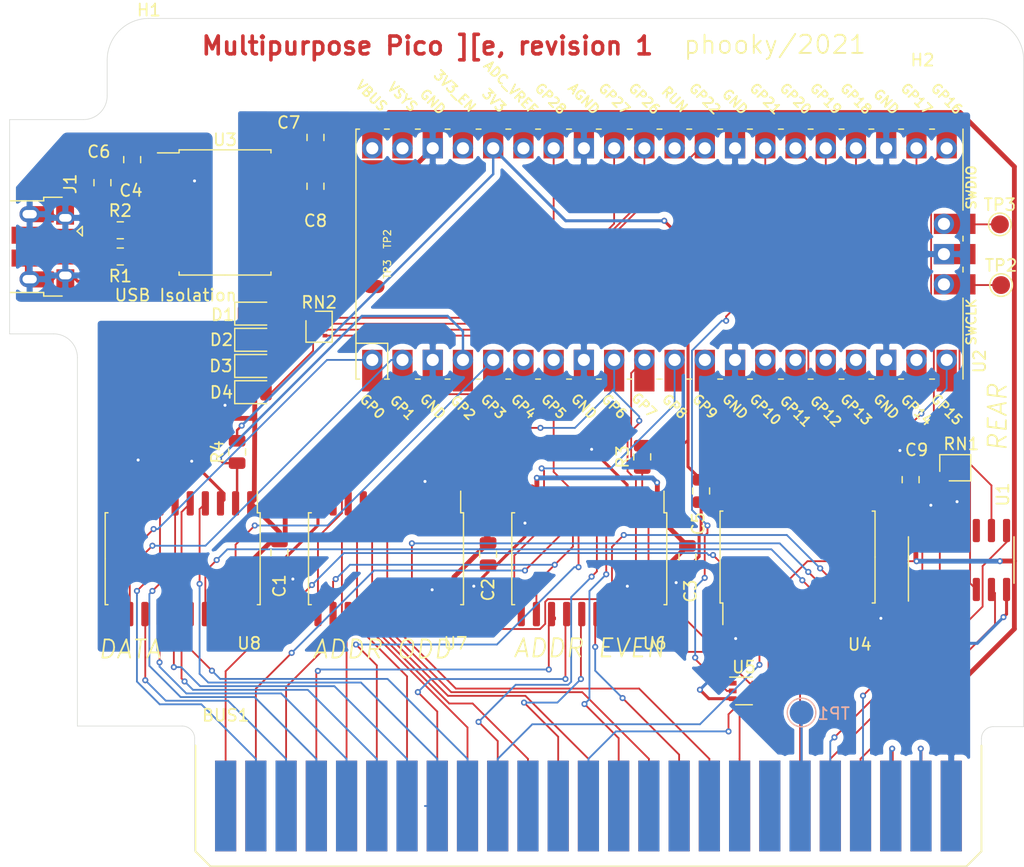
<source format=kicad_pcb>
(kicad_pcb (version 20171130) (host pcbnew 5.1.5+dfsg1-2build2)
  (layers (0 F.Cu signal) (31 B.Cu signal) (34 B.Paste user hide) (35 F.Paste user hide) (36 B.SilkS user) (37 F.SilkS user) (38 B.Mask user) (39 F.Mask user) (44 Edge.Cuts user))
  (net 0 "")
  (net 1 /~IOSEL~)
  (net 2 /A0)
  (net 3 /A1)
  (net 4 /A2)
  (net 5 /A3)
  (net 6 /A4)
  (net 7 /A5)
  (net 8 /A6)
  (net 9 /A7)
  (net 10 /A8)
  (net 11 /A9)
  (net 12 /A10)
  (net 13 /A11)
  (net 14 /A12)
  (net 15 /A13)
  (net 16 /A14)
  (net 17 /A15)
  (net 18 /R_~W~)
  (net 19 "Net-(BUS1-Pad19)")
  (net 20 /~STROBE~)
  (net 21 /RDY)
  (net 22 /~DMA~)
  (net 23 "Net-(BUS1-Pad23)")
  (net 24 "Net-(BUS1-Pad24)")
  (net 25 +5V)
  (net 26 "Net-(BUS1-Pad50)")
  (net 27 /D0)
  (net 28 /D1)
  (net 29 /D2)
  (net 30 /D3)
  (net 31 /D4)
  (net 32 /D5)
  (net 33 /D6)
  (net 34 /D7)
  (net 35 /~DEVSEL~)
  (net 36 "Net-(BUS1-Pad40)")
  (net 37 "Net-(BUS1-Pad39)")
  (net 38 "Net-(BUS1-Pad37)")
  (net 39 "Net-(BUS1-Pad36)")
  (net 40 "Net-(BUS1-Pad35)")
  (net 41 "Net-(BUS1-Pad34)")
  (net 42 "Net-(BUS1-Pad33)")
  (net 43 "Net-(BUS1-Pad32)")
  (net 44 "Net-(BUS1-Pad31)")
  (net 45 /~IRQ~)
  (net 46 /~NMI~)
  (net 47 GND)
  (net 48 "Net-(C6-Pad1)")
  (net 49 "Net-(C8-Pad1)")
  (net 50 "Net-(J1-Pad2)")
  (net 51 "Net-(J1-Pad3)")
  (net 52 "Net-(J1-Pad4)")
  (net 53 "Net-(R1-Pad1)")
  (net 54 "Net-(R2-Pad2)")
  (net 55 +3V3)
  (net 56 "Net-(U2-Pad30)")
  (net 57 "Net-(U2-Pad35)")
  (net 58 "Net-(U2-Pad37)")
  (net 59 "Net-(U2-Pad39)")
  (net 60 "Net-(U6-Pad8)")
  (net 61 "Net-(U7-Pad8)")
  (net 62 "Net-(U8-Pad8)")
  (net 63 /EXT_GND)
  (net 64 /EXT_V)
  (net 65 /P_~STROBE~)
  (net 66 /P_R_~W~)
  (net 67 /P_ϕ1)
  (net 68 /P_~DEVSEL~)
  (net 69 /P_~IOSEL~)
  (net 70 /ADDR_~OE~)
  (net 71 /DATA_~OE~)
  (net 72 /ADDR_FN)
  (net 73 /ADDR_CLK)
  (net 74 /ADDR_ODD_OUT)
  (net 75 /ADDR_ODD_IN)
  (net 76 /DATA_IN)
  (net 77 /DATA_CLK)
  (net 78 /DATA_OUT)
  (net 79 /DATA_FN)
  (net 80 "Net-(U1-Pad10)")
  (net 81 "Net-(U1-Pad12)")
  (net 82 /P_~NMI~)
  (net 83 /P_~IRQ~)
  (net 84 /P_~DMA~)
  (net 85 /P_RDY)
  (net 86 /ADDR_EVEN_IN)
  (net 87 /P_D_OUT)
  (net 88 /P_AO_OUT)
  (net 89 /P_AE_OUT)
  (net 90 /PHI_1)
  (net 91 "Net-(D1-Pad2)")
  (net 92 "Net-(D2-Pad2)")
  (net 93 "Net-(D3-Pad2)")
  (net 94 "Net-(D4-Pad2)")
  (net 95 "Net-(TP2-Pad1)")
  (net 96 "Net-(TP3-Pad1)")
  (net 97 /P_R_~W~_OUT)
  (net 98 /ADDR_EVEN_OUT)
  (net 99 "Net-(RN2-Pad5)")
  (net 100 "Net-(RN2-Pad6)")
  (net 101 "Net-(RN2-Pad7)")
  (net 102 "Net-(RN2-Pad8)")
  (net 103 /USB_D+)
  (net 104 /USB_D-)
  (module MountingHole:MountingHole_3.2mm_M3 (layer F.Cu) (at 167 47)
    (fp_text reference H2 (at -5 0) (layer F.SilkS))
    (fp_text value "top mount")
    (pad 1 np_thru_hole circle (at 0 0) (size 3.2 3.2) (drill 3.2) (layers *.Cu *.Mask))
  )
  (module MountingHole:MountingHole_3.2mm_M3 (layer F.Cu) (at 97 47)
    (fp_text reference H1 (at 0 -4.2) (layer F.SilkS))
    (fp_text value "top mount")
    (pad 1 np_thru_hole circle (at 0 0) (size 3.2 3.2) (drill 3.2) (layers *.Cu *.Mask))
  )
  (module Package_SO:SOIC-20W_7.5x12.8mm_P1.27mm (layer F.Cu) (at 134.005 88.892 270)
    (fp_text reference U6 (at 7.108 -5.495 180) (layer F.SilkS))
    (fp_text value 74LS299)
    (pad 20 smd roundrect (at 4.65 -5.715 270) (size 2.05 0.6) (layers F.Cu F.Paste F.Mask) (net 25 +5V))
    (pad 19 smd roundrect (at 4.65 -4.445 270) (size 2.05 0.6) (layers F.Cu F.Paste F.Mask) (net 72 /ADDR_FN))
    (pad 18 smd roundrect (at 4.65 -3.175 270) (size 2.05 0.6) (layers F.Cu F.Paste F.Mask) (net 47 GND))
    (pad 17 smd roundrect (at 4.65 -1.905 270) (size 2.05 0.6) (layers F.Cu F.Paste F.Mask) (net 98 /ADDR_EVEN_OUT))
    (pad 16 smd roundrect (at 4.65 -0.635 270) (size 2.05 0.6) (layers F.Cu F.Paste F.Mask) (net 16 /A14))
    (pad 15 smd roundrect (at 4.65 0.635 270) (size 2.05 0.6) (layers F.Cu F.Paste F.Mask) (net 12 /A10))
    (pad 14 smd roundrect (at 4.65 1.905 270) (size 2.05 0.6) (layers F.Cu F.Paste F.Mask) (net 8 /A6))
    (pad 13 smd roundrect (at 4.65 3.175 270) (size 2.05 0.6) (layers F.Cu F.Paste F.Mask) (net 4 /A2))
    (pad 12 smd roundrect (at 4.65 4.445 270) (size 2.05 0.6) (layers F.Cu F.Paste F.Mask) (net 73 /ADDR_CLK))
    (pad 11 smd roundrect (at 4.65 5.715 270) (size 2.05 0.6) (layers F.Cu F.Paste F.Mask) (net 86 /ADDR_EVEN_IN))
    (pad 10 smd roundrect (at -4.65 5.715 270) (size 2.05 0.6) (layers F.Cu F.Paste F.Mask) (net 47 GND))
    (pad 9 smd roundrect (at -4.65 4.445 270) (size 2.05 0.6) (layers F.Cu F.Paste F.Mask) (net 25 +5V))
    (pad 8 smd roundrect (at -4.65 3.175 270) (size 2.05 0.6) (layers F.Cu F.Paste F.Mask) (net 60 "Net-(U6-Pad8)"))
    (pad 7 smd roundrect (at -4.65 1.905 270) (size 2.05 0.6) (layers F.Cu F.Paste F.Mask) (net 2 /A0))
    (pad 6 smd roundrect (at -4.65 0.635 270) (size 2.05 0.6) (layers F.Cu F.Paste F.Mask) (net 6 /A4))
    (pad 5 smd roundrect (at -4.65 -0.635 270) (size 2.05 0.6) (layers F.Cu F.Paste F.Mask) (net 10 /A8))
    (pad 4 smd roundrect (at -4.65 -1.905 270) (size 2.05 0.6) (layers F.Cu F.Paste F.Mask) (net 14 /A12))
    (pad 3 smd roundrect (at -4.65 -3.175 270) (size 2.05 0.6) (layers F.Cu F.Paste F.Mask) (net 47 GND))
    (pad 2 smd roundrect (at -4.65 -4.445 270) (size 2.05 0.6) (layers F.Cu F.Paste F.Mask) (net 70 /ADDR_~OE~))
    (pad 1 smd roundrect (at -4.65 -5.715 270) (size 2.05 0.6) (layers F.Cu F.Paste F.Mask) (net 25 +5V))
  )
  (module MCU_RaspberryPi_and_Boards:RPi_Pico_USB_SMD_TH (layer F.Cu) (at 139.9 63.3 90)
    (fp_text reference U2 (at -9 26.9 270) (layer F.SilkS))
    (fp_text value Pico_USB)
    (fp_text user TP2 (at 1.27 -22.86 90) (layer F.SilkS) (effects (font (size 0.6 0.6) (thickness 0.1))))
    (fp_text user TP3 (at -1.27 -22.86 90) (layer F.SilkS) (effects (font (size 0.6 0.6) (thickness 0.1))))
    (fp_text user SWDIO (at 5.6 26.2 90) (layer F.SilkS) (effects (font (size 0.8 0.8))))
    (fp_text user SWCLK (at -5.7 26.2 90) (layer F.SilkS) (effects (font (size 0.8 0.8))))
    (fp_text user AGND (at 13.054 -6.35 135) (layer F.SilkS) (effects (font (size 0.8 0.8))))
    (fp_text user GND (at 12.8 -19.05 135) (layer F.SilkS) (effects (font (size 0.8 0.8))))
    (fp_text user GND (at 12.8 6.35 135) (layer F.SilkS) (effects (font (size 0.8 0.8))))
    (fp_text user GND (at 12.8 19.05 135) (layer F.SilkS) (effects (font (size 0.8 0.8))))
    (fp_text user GND (at -12.8 19.05 135) (layer F.SilkS) (effects (font (size 0.8 0.8))))
    (fp_text user GND (at -12.8 6.35 135) (layer F.SilkS) (effects (font (size 0.8 0.8))))
    (fp_text user GND (at -12.8 -6.35 135) (layer F.SilkS) (effects (font (size 0.8 0.8))))
    (fp_text user GND (at -12.8 -19.05 135) (layer F.SilkS) (effects (font (size 0.8 0.8))))
    (fp_text user VBUS (at 13.3 -24.2 135) (layer F.SilkS) (effects (font (size 0.8 0.8))))
    (fp_text user VSYS (at 13.2 -21.59 135) (layer F.SilkS) (effects (font (size 0.8 0.8))))
    (fp_text user 3V3_EN (at 13.7 -17.2 135) (layer F.SilkS) (effects (font (size 0.8 0.8))))
    (fp_text user 3V3 (at 12.9 -13.9 135) (layer F.SilkS) (effects (font (size 0.8 0.8))))
    (fp_text user ADC_VREF (at 14 -12.5 135) (layer F.SilkS) (effects (font (size 0.8 0.8))))
    (fp_text user GP28 (at 13.054 -9.144 135) (layer F.SilkS) (effects (font (size 0.8 0.8))))
    (fp_text user GP27 (at 13.054 -3.8 135) (layer F.SilkS) (effects (font (size 0.8 0.8))))
    (fp_text user GP26 (at 13.054 -1.27 135) (layer F.SilkS) (effects (font (size 0.8 0.8))))
    (fp_text user RUN (at 13 1.27 135) (layer F.SilkS) (effects (font (size 0.8 0.8))))
    (fp_text user GP22 (at 13.054 3.81 135) (layer F.SilkS) (effects (font (size 0.8 0.8))))
    (fp_text user GP21 (at 13.054 8.9 135) (layer F.SilkS) (effects (font (size 0.8 0.8))))
    (fp_text user GP20 (at 13.054 11.43 135) (layer F.SilkS) (effects (font (size 0.8 0.8))))
    (fp_text user GP19 (at 13.054 13.97 135) (layer F.SilkS) (effects (font (size 0.8 0.8))))
    (fp_text user GP18 (at 13.054 16.51 135) (layer F.SilkS) (effects (font (size 0.8 0.8))))
    (fp_text user GP17 (at 13.054 21.59 135) (layer F.SilkS) (effects (font (size 0.8 0.8))))
    (fp_text user GP16 (at 13.054 24.13 135) (layer F.SilkS) (effects (font (size 0.8 0.8))))
    (fp_text user GP15 (at -13.054 24.13 135) (layer F.SilkS) (effects (font (size 0.8 0.8))))
    (fp_text user GP14 (at -13.1 21.59 135) (layer F.SilkS) (effects (font (size 0.8 0.8))))
    (fp_text user GP13 (at -13.054 16.51 135) (layer F.SilkS) (effects (font (size 0.8 0.8))))
    (fp_text user GP12 (at -13.2 13.97 135) (layer F.SilkS) (effects (font (size 0.8 0.8))))
    (fp_text user GP11 (at -13.2 11.43 135) (layer F.SilkS) (effects (font (size 0.8 0.8))))
    (fp_text user GP10 (at -13.054 8.89 135) (layer F.SilkS) (effects (font (size 0.8 0.8))))
    (fp_text user GP9 (at -12.8 3.81 135) (layer F.SilkS) (effects (font (size 0.8 0.8))))
    (fp_text user GP8 (at -12.8 1.27 135) (layer F.SilkS) (effects (font (size 0.8 0.8))))
    (fp_text user GP7 (at -12.7 -1.3 135) (layer F.SilkS) (effects (font (size 0.8 0.8))))
    (fp_text user GP6 (at -12.8 -3.81 135) (layer F.SilkS) (effects (font (size 0.8 0.8))))
    (fp_text user GP5 (at -12.8 -8.89 135) (layer F.SilkS) (effects (font (size 0.8 0.8))))
    (fp_text user GP4 (at -12.8 -11.43 135) (layer F.SilkS) (effects (font (size 0.8 0.8))))
    (fp_text user GP3 (at -12.8 -13.97 135) (layer F.SilkS) (effects (font (size 0.8 0.8))))
    (fp_text user GP0 (at -12.8 -24.13 135) (layer F.SilkS) (effects (font (size 0.8 0.8))))
    (fp_text user GP2 (at -12.9 -16.51 135) (layer F.SilkS) (effects (font (size 0.8 0.8))))
    (fp_text user GP1 (at -12.9 -21.6 135) (layer F.SilkS) (effects (font (size 0.8 0.8))))
    (pad 44 smd roundrect (at -1 -24.3 90) (size 1.5 1.5) (layers F.Cu F.Paste F.Mask) (roundrect_rratio 0.2) (net 103 /USB_D+))
    (pad 45 smd roundrect (at 1 -24.3 90) (size 1.5 1.5) (layers F.Cu F.Paste F.Mask) (roundrect_rratio 0.2) (net 104 /USB_D-))
    (pad 43 thru_hole oval (at 2.54 23.9 90) (size 1.7 1.7) (drill 1.02) (layers *.Cu *.Mask) (net 96 "Net-(TP3-Pad1)"))
    (pad 43 smd rect (at 2.54 23.9 180) (size 3.5 1.7) (drill (offset -0.9 0)) (layers F.Cu F.Mask) (net 96 "Net-(TP3-Pad1)"))
    (pad 42 thru_hole rect (at 0 23.9 90) (size 1.7 1.7) (drill 1.02) (layers *.Cu *.Mask) (net 47 GND))
    (pad 42 smd rect (at 0 23.9 180) (size 3.5 1.7) (drill (offset -0.9 0)) (layers F.Cu F.Mask) (net 47 GND))
    (pad 41 thru_hole oval (at -2.54 23.9 90) (size 1.7 1.7) (drill 1.02) (layers *.Cu *.Mask) (net 95 "Net-(TP2-Pad1)"))
    (pad 41 smd rect (at -2.54 23.9 180) (size 3.5 1.7) (drill (offset -0.9 0)) (layers F.Cu F.Mask) (net 95 "Net-(TP2-Pad1)"))
    (pad "" smd roundrect (at 2.425 -20.97 90) (size 1.05 1.45) (layers F.Cu F.Paste F.Mask) (roundrect_rratio 0.5))
    (pad "" smd roundrect (at -2.425 -20.97 90) (size 1.05 1.45) (layers F.Cu F.Paste F.Mask) (roundrect_rratio 0.5))
    (pad "" smd roundrect (at 2.725 -24 90) (size 1.1 1.8) (layers F.Cu F.Paste F.Mask) (roundrect_rratio 0.5))
    (pad "" smd roundrect (at -2.725 -24 90) (size 1.1 1.8) (layers F.Cu F.Paste F.Mask) (roundrect_rratio 0.5))
    (pad 21 smd rect (at 8.89 24.13 90) (size 3.5 1.7) (drill (offset 0.9 0)) (layers F.Cu F.Mask) (net 85 /P_RDY))
    (pad 22 smd rect (at 8.89 21.59 90) (size 3.5 1.7) (drill (offset 0.9 0)) (layers F.Cu F.Mask) (net 84 /P_~DMA~))
    (pad 23 smd rect (at 8.89 19.05 90) (size 3.5 1.7) (drill (offset 0.9 0)) (layers F.Cu F.Mask) (net 47 GND))
    (pad 24 smd rect (at 8.89 16.51 90) (size 3.5 1.7) (drill (offset 0.9 0)) (layers F.Cu F.Mask) (net 83 /P_~IRQ~))
    (pad 25 smd rect (at 8.89 13.97 90) (size 3.5 1.7) (drill (offset 0.9 0)) (layers F.Cu F.Mask) (net 82 /P_~NMI~))
    (pad 26 smd rect (at 8.89 11.43 90) (size 3.5 1.7) (drill (offset 0.9 0)) (layers F.Cu F.Mask) (net 65 /P_~STROBE~))
    (pad 27 smd rect (at 8.89 8.89 90) (size 3.5 1.7) (drill (offset 0.9 0)) (layers F.Cu F.Mask) (net 97 /P_R_~W~_OUT))
    (pad 28 smd rect (at 8.89 6.35 90) (size 3.5 1.7) (drill (offset 0.9 0)) (layers F.Cu F.Mask) (net 47 GND))
    (pad 29 smd rect (at 8.89 3.81 90) (size 3.5 1.7) (drill (offset 0.9 0)) (layers F.Cu F.Mask) (net 99 "Net-(RN2-Pad5)"))
    (pad 30 smd rect (at 8.89 1.27 90) (size 3.5 1.7) (drill (offset 0.9 0)) (layers F.Cu F.Mask) (net 56 "Net-(U2-Pad30)"))
    (pad 31 smd rect (at 8.89 -1.27 90) (size 3.5 1.7) (drill (offset 0.9 0)) (layers F.Cu F.Mask) (net 100 "Net-(RN2-Pad6)"))
    (pad 32 smd rect (at 8.89 -3.81 90) (size 3.5 1.7) (drill (offset 0.9 0)) (layers F.Cu F.Mask) (net 101 "Net-(RN2-Pad7)"))
    (pad 33 smd rect (at 8.89 -6.35 90) (size 3.5 1.7) (drill (offset 0.9 0)) (layers F.Cu F.Mask) (net 47 GND))
    (pad 34 smd rect (at 8.89 -8.89 90) (size 3.5 1.7) (drill (offset 0.9 0)) (layers F.Cu F.Mask) (net 102 "Net-(RN2-Pad8)"))
    (pad 35 smd rect (at 8.89 -11.43 90) (size 3.5 1.7) (drill (offset 0.9 0)) (layers F.Cu F.Mask) (net 57 "Net-(U2-Pad35)"))
    (pad 36 smd rect (at 8.89 -13.97 90) (size 3.5 1.7) (drill (offset 0.9 0)) (layers F.Cu F.Mask) (net 55 +3V3))
    (pad 37 smd rect (at 8.89 -16.51 90) (size 3.5 1.7) (drill (offset 0.9 0)) (layers F.Cu F.Mask) (net 58 "Net-(U2-Pad37)"))
    (pad 38 smd rect (at 8.89 -19.05 90) (size 3.5 1.7) (drill (offset 0.9 0)) (layers F.Cu F.Mask) (net 47 GND))
    (pad 39 smd rect (at 8.89 -21.59 90) (size 3.5 1.7) (drill (offset 0.9 0)) (layers F.Cu F.Mask) (net 59 "Net-(U2-Pad39)"))
    (pad 40 smd rect (at 8.89 -24.13 90) (size 3.5 1.7) (drill (offset 0.9 0)) (layers F.Cu F.Mask) (net 25 +5V))
    (pad 20 smd rect (at -8.89 24.13 90) (size 3.5 1.7) (drill (offset -0.9 0)) (layers F.Cu F.Mask) (net 89 /P_AE_OUT))
    (pad 19 smd rect (at -8.89 21.59 90) (size 3.5 1.7) (drill (offset -0.9 0)) (layers F.Cu F.Mask) (net 88 /P_AO_OUT))
    (pad 18 smd rect (at -8.89 19.05 90) (size 3.5 1.7) (drill (offset -0.9 0)) (layers F.Cu F.Mask) (net 47 GND))
    (pad 17 smd rect (at -8.89 16.51 90) (size 3.5 1.7) (drill (offset -0.9 0)) (layers F.Cu F.Mask) (net 87 /P_D_OUT))
    (pad 16 smd rect (at -8.89 13.97 90) (size 3.5 1.7) (drill (offset -0.9 0)) (layers F.Cu F.Mask) (net 66 /P_R_~W~))
    (pad 15 smd rect (at -8.89 11.43 90) (size 3.5 1.7) (drill (offset -0.9 0)) (layers F.Cu F.Mask) (net 67 /P_ϕ1))
    (pad 14 smd rect (at -8.89 8.89 90) (size 3.5 1.7) (drill (offset -0.9 0)) (layers F.Cu F.Mask) (net 68 /P_~DEVSEL~))
    (pad 13 smd rect (at -8.89 6.35 90) (size 3.5 1.7) (drill (offset -0.9 0)) (layers F.Cu F.Mask) (net 47 GND))
    (pad 12 smd rect (at -8.89 3.81 90) (size 3.5 1.7) (drill (offset -0.9 0)) (layers F.Cu F.Mask) (net 69 /P_~IOSEL~))
    (pad 11 smd rect (at -8.89 1.27 90) (size 3.5 1.7) (drill (offset -0.9 0)) (layers F.Cu F.Mask) (net 86 /ADDR_EVEN_IN))
    (pad 10 smd rect (at -8.89 -1.27 90) (size 3.5 1.7) (drill (offset -0.9 0)) (layers F.Cu F.Mask) (net 72 /ADDR_FN))
    (pad 9 smd rect (at -8.89 -3.81 90) (size 3.5 1.7) (drill (offset -0.9 0)) (layers F.Cu F.Mask) (net 70 /ADDR_~OE~))
    (pad 8 smd rect (at -8.89 -6.35 90) (size 3.5 1.7) (drill (offset -0.9 0)) (layers F.Cu F.Mask) (net 47 GND))
    (pad 7 smd rect (at -8.89 -8.89 90) (size 3.5 1.7) (drill (offset -0.9 0)) (layers F.Cu F.Mask) (net 73 /ADDR_CLK))
    (pad 6 smd rect (at -8.89 -11.43 90) (size 3.5 1.7) (drill (offset -0.9 0)) (layers F.Cu F.Mask) (net 75 /ADDR_ODD_IN))
    (pad 5 smd rect (at -8.89 -13.97 90) (size 3.5 1.7) (drill (offset -0.9 0)) (layers F.Cu F.Mask) (net 79 /DATA_FN))
    (pad 4 smd rect (at -8.89 -16.51 90) (size 3.5 1.7) (drill (offset -0.9 0)) (layers F.Cu F.Mask) (net 71 /DATA_~OE~))
    (pad 3 smd rect (at -8.89 -19.05 90) (size 3.5 1.7) (drill (offset -0.9 0)) (layers F.Cu F.Mask) (net 47 GND))
    (pad 2 smd rect (at -8.89 -21.59 90) (size 3.5 1.7) (drill (offset -0.9 0)) (layers F.Cu F.Mask) (net 77 /DATA_CLK))
    (pad 1 smd rect (at -8.89 -24.13 90) (size 3.5 1.7) (drill (offset -0.9 0)) (layers F.Cu F.Mask) (net 76 /DATA_IN))
    (pad 40 thru_hole oval (at 8.89 -24.13 90) (size 1.7 1.7) (drill 1.02) (layers *.Cu *.Mask) (net 25 +5V))
    (pad 39 thru_hole oval (at 8.89 -21.59 90) (size 1.7 1.7) (drill 1.02) (layers *.Cu *.Mask) (net 59 "Net-(U2-Pad39)"))
    (pad 38 thru_hole rect (at 8.89 -19.05 90) (size 1.7 1.7) (drill 1.02) (layers *.Cu *.Mask) (net 47 GND))
    (pad 37 thru_hole oval (at 8.89 -16.51 90) (size 1.7 1.7) (drill 1.02) (layers *.Cu *.Mask) (net 58 "Net-(U2-Pad37)"))
    (pad 36 thru_hole oval (at 8.89 -13.97 90) (size 1.7 1.7) (drill 1.02) (layers *.Cu *.Mask) (net 55 +3V3))
    (pad 35 thru_hole oval (at 8.89 -11.43 90) (size 1.7 1.7) (drill 1.02) (layers *.Cu *.Mask) (net 57 "Net-(U2-Pad35)"))
    (pad 34 thru_hole oval (at 8.89 -8.89 90) (size 1.7 1.7) (drill 1.02) (layers *.Cu *.Mask) (net 102 "Net-(RN2-Pad8)"))
    (pad 33 thru_hole rect (at 8.89 -6.35 90) (size 1.7 1.7) (drill 1.02) (layers *.Cu *.Mask) (net 47 GND))
    (pad 32 thru_hole oval (at 8.89 -3.81 90) (size 1.7 1.7) (drill 1.02) (layers *.Cu *.Mask) (net 101 "Net-(RN2-Pad7)"))
    (pad 31 thru_hole oval (at 8.89 -1.27 90) (size 1.7 1.7) (drill 1.02) (layers *.Cu *.Mask) (net 100 "Net-(RN2-Pad6)"))
    (pad 30 thru_hole oval (at 8.89 1.27 90) (size 1.7 1.7) (drill 1.02) (layers *.Cu *.Mask) (net 56 "Net-(U2-Pad30)"))
    (pad 29 thru_hole oval (at 8.89 3.81 90) (size 1.7 1.7) (drill 1.02) (layers *.Cu *.Mask) (net 99 "Net-(RN2-Pad5)"))
    (pad 28 thru_hole rect (at 8.89 6.35 90) (size 1.7 1.7) (drill 1.02) (layers *.Cu *.Mask) (net 47 GND))
    (pad 27 thru_hole oval (at 8.89 8.89 90) (size 1.7 1.7) (drill 1.02) (layers *.Cu *.Mask) (net 97 /P_R_~W~_OUT))
    (pad 26 thru_hole oval (at 8.89 11.43 90) (size 1.7 1.7) (drill 1.02) (layers *.Cu *.Mask) (net 65 /P_~STROBE~))
    (pad 25 thru_hole oval (at 8.89 13.97 90) (size 1.7 1.7) (drill 1.02) (layers *.Cu *.Mask) (net 82 /P_~NMI~))
    (pad 24 thru_hole oval (at 8.89 16.51 90) (size 1.7 1.7) (drill 1.02) (layers *.Cu *.Mask) (net 83 /P_~IRQ~))
    (pad 23 thru_hole rect (at 8.89 19.05 90) (size 1.7 1.7) (drill 1.02) (layers *.Cu *.Mask) (net 47 GND))
    (pad 22 thru_hole oval (at 8.89 21.59 90) (size 1.7 1.7) (drill 1.02) (layers *.Cu *.Mask) (net 84 /P_~DMA~))
    (pad 21 thru_hole oval (at 8.89 24.13 90) (size 1.7 1.7) (drill 1.02) (layers *.Cu *.Mask) (net 85 /P_RDY))
    (pad 20 thru_hole oval (at -8.89 24.13 90) (size 1.7 1.7) (drill 1.02) (layers *.Cu *.Mask) (net 89 /P_AE_OUT))
    (pad 19 thru_hole oval (at -8.89 21.59 90) (size 1.7 1.7) (drill 1.02) (layers *.Cu *.Mask) (net 88 /P_AO_OUT))
    (pad 18 thru_hole rect (at -8.89 19.05 90) (size 1.7 1.7) (drill 1.02) (layers *.Cu *.Mask) (net 47 GND))
    (pad 17 thru_hole oval (at -8.89 16.51 90) (size 1.7 1.7) (drill 1.02) (layers *.Cu *.Mask) (net 87 /P_D_OUT))
    (pad 16 thru_hole oval (at -8.89 13.97 90) (size 1.7 1.7) (drill 1.02) (layers *.Cu *.Mask) (net 66 /P_R_~W~))
    (pad 15 thru_hole oval (at -8.89 11.43 90) (size 1.7 1.7) (drill 1.02) (layers *.Cu *.Mask) (net 67 /P_ϕ1))
    (pad 14 thru_hole oval (at -8.89 8.89 90) (size 1.7 1.7) (drill 1.02) (layers *.Cu *.Mask) (net 68 /P_~DEVSEL~))
    (pad 13 thru_hole rect (at -8.89 6.35 90) (size 1.7 1.7) (drill 1.02) (layers *.Cu *.Mask) (net 47 GND))
    (pad 12 thru_hole oval (at -8.89 3.81 90) (size 1.7 1.7) (drill 1.02) (layers *.Cu *.Mask) (net 69 /P_~IOSEL~))
    (pad 11 thru_hole oval (at -8.89 1.27 90) (size 1.7 1.7) (drill 1.02) (layers *.Cu *.Mask) (net 86 /ADDR_EVEN_IN))
    (pad 10 thru_hole oval (at -8.89 -1.27 90) (size 1.7 1.7) (drill 1.02) (layers *.Cu *.Mask) (net 72 /ADDR_FN))
    (pad 9 thru_hole oval (at -8.89 -3.81 90) (size 1.7 1.7) (drill 1.02) (layers *.Cu *.Mask) (net 70 /ADDR_~OE~))
    (pad 8 thru_hole rect (at -8.89 -6.35 90) (size 1.7 1.7) (drill 1.02) (layers *.Cu *.Mask) (net 47 GND))
    (pad 7 thru_hole oval (at -8.89 -8.89 90) (size 1.7 1.7) (drill 1.02) (layers *.Cu *.Mask) (net 73 /ADDR_CLK))
    (pad 6 thru_hole oval (at -8.89 -11.43 90) (size 1.7 1.7) (drill 1.02) (layers *.Cu *.Mask) (net 75 /ADDR_ODD_IN))
    (pad 5 thru_hole oval (at -8.89 -13.97 90) (size 1.7 1.7) (drill 1.02) (layers *.Cu *.Mask) (net 79 /DATA_FN))
    (pad 4 thru_hole oval (at -8.89 -16.51 90) (size 1.7 1.7) (drill 1.02) (layers *.Cu *.Mask) (net 71 /DATA_~OE~))
    (pad 3 thru_hole rect (at -8.89 -19.05 90) (size 1.7 1.7) (drill 1.02) (layers *.Cu *.Mask) (net 47 GND))
    (pad 2 thru_hole oval (at -8.89 -21.59 90) (size 1.7 1.7) (drill 1.02) (layers *.Cu *.Mask) (net 77 /DATA_CLK))
    (pad 1 thru_hole oval (at -8.89 -24.13 90) (size 1.7 1.7) (drill 1.02) (layers *.Cu *.Mask) (net 76 /DATA_IN))
  )
  (module TestPoint:TestPoint_Pad_D1.5mm (layer F.Cu) (at 168.5 60.8)
    (fp_text reference TP3 (at 0 -1.648) (layer F.SilkS))
    (fp_text value TestPoint)
    (pad 1 smd circle (at 0 0) (size 1.5 1.5) (layers F.Cu F.Mask) (net 96 "Net-(TP3-Pad1)"))
  )
  (module TestPoint:TestPoint_Pad_D1.5mm (layer F.Cu) (at 168.6 65.9)
    (fp_text reference TP2 (at 0 -1.648) (layer F.SilkS))
    (fp_text value TestPoint)
    (pad 1 smd circle (at 0 0) (size 1.5 1.5) (layers F.Cu F.Mask) (net 95 "Net-(TP2-Pad1)"))
  )
  (module bootarooni:SOIC-8 (layer F.Cu) (at 111.3 69.4 270)
    (fp_text reference RN2 (at -2.04216 -0.01016 180) (layer F.SilkS))
    (fp_text value 470R)
    (pad 4 smd rect (at 0.75 0.5 270) (size 0.3 0.4) (layers F.Cu F.Paste F.Mask) (net 94 "Net-(D4-Pad2)"))
    (pad 5 smd rect (at 0.75 -0.5 270) (size 0.3 0.4) (layers F.Cu F.Paste F.Mask) (net 99 "Net-(RN2-Pad5)"))
    (pad 3 smd rect (at 0.25 0.5 270) (size 0.3 0.4) (layers F.Cu F.Paste F.Mask) (net 93 "Net-(D3-Pad2)"))
    (pad 6 smd rect (at 0.25 -0.5 270) (size 0.3 0.4) (layers F.Cu F.Paste F.Mask) (net 100 "Net-(RN2-Pad6)"))
    (pad 2 smd rect (at -0.25 0.5 270) (size 0.3 0.4) (layers F.Cu F.Paste F.Mask) (net 92 "Net-(D2-Pad2)"))
    (pad 7 smd rect (at -0.25 -0.5 270) (size 0.3 0.4) (layers F.Cu F.Paste F.Mask) (net 101 "Net-(RN2-Pad7)"))
    (pad 1 smd rect (at -0.75 0.5 270) (size 0.3 0.4) (layers F.Cu F.Paste F.Mask) (net 91 "Net-(D1-Pad2)"))
    (pad 8 smd rect (at -0.75 -0.5 270) (size 0.3 0.4) (layers F.Cu F.Paste F.Mask) (net 102 "Net-(RN2-Pad8)"))
  )
  (module LED_SMD:LED_0805_2012Metric (layer F.Cu) (at 105.9 74.9)
    (fp_text reference D4 (at -2.8 0.02) (layer F.SilkS))
    (fp_text value GREEN)
    (pad 2 smd roundrect (at 0.9375 0) (size 0.975 1.4) (layers F.Cu F.Paste F.Mask) (net 94 "Net-(D4-Pad2)"))
    (pad 1 smd roundrect (at -0.9375 0) (size 0.975 1.4) (layers F.Cu F.Paste F.Mask) (net 47 GND))
  )
  (module LED_SMD:LED_0805_2012Metric (layer F.Cu) (at 105.9 72.7)
    (fp_text reference D3 (at -2.85 0) (layer F.SilkS))
    (fp_text value GREEN)
    (pad 2 smd roundrect (at 0.9375 0) (size 0.975 1.4) (layers F.Cu F.Paste F.Mask) (net 93 "Net-(D3-Pad2)"))
    (pad 1 smd roundrect (at -0.9375 0) (size 0.975 1.4) (layers F.Cu F.Paste F.Mask) (net 47 GND))
  )
  (module LED_SMD:LED_0805_2012Metric (layer F.Cu) (at 105.9 70.5)
    (fp_text reference D2 (at -2.8 0) (layer F.SilkS))
    (fp_text value GREEN)
    (pad 2 smd roundrect (at 0.9375 0) (size 0.975 1.4) (layers F.Cu F.Paste F.Mask) (net 92 "Net-(D2-Pad2)"))
    (pad 1 smd roundrect (at -0.9375 0) (size 0.975 1.4) (layers F.Cu F.Paste F.Mask) (net 47 GND))
  )
  (module LED_SMD:LED_0805_2012Metric (layer F.Cu) (at 105.9 68.3)
    (fp_text reference D1 (at -2.7 0.1) (layer F.SilkS))
    (fp_text value GREEN)
    (pad 2 smd roundrect (at 0.9375 0) (size 0.975 1.4) (layers F.Cu F.Paste F.Mask) (net 91 "Net-(D1-Pad2)"))
    (pad 1 smd roundrect (at -0.9375 0) (size 0.975 1.4) (layers F.Cu F.Paste F.Mask) (net 47 GND))
  )
  (module Apple2_bus:BUS_A2 (layer F.Cu) (at 126.311001 109.667001)
    (fp_text reference BUS1 (at -22.86 -7.62) (layer F.SilkS))
    (fp_text value A2_BUS)
    (pad 1 connect rect (at -22.86 0 180) (size 1.778 7.62) (layers F.Cu F.Mask) (net 1 /~IOSEL~))
    (pad 2 connect rect (at -20.32 0 180) (size 1.778 7.62) (layers F.Cu F.Mask) (net 2 /A0))
    (pad 3 connect rect (at -17.78 0 180) (size 1.778 7.62) (layers F.Cu F.Mask) (net 3 /A1))
    (pad 4 connect rect (at -15.24 0 180) (size 1.778 7.62) (layers F.Cu F.Mask) (net 4 /A2))
    (pad 5 connect rect (at -12.7 0 180) (size 1.778 7.62) (layers F.Cu F.Mask) (net 5 /A3))
    (pad 6 connect rect (at -10.16 0 180) (size 1.778 7.62) (layers F.Cu F.Mask) (net 6 /A4))
    (pad 7 connect rect (at -7.62 0 180) (size 1.778 7.62) (layers F.Cu F.Mask) (net 7 /A5))
    (pad 8 connect rect (at -5.08 0 180) (size 1.778 7.62) (layers F.Cu F.Mask) (net 8 /A6))
    (pad 9 connect rect (at -2.54 0 180) (size 1.778 7.62) (layers F.Cu F.Mask) (net 9 /A7))
    (pad 10 connect rect (at 0 0 180) (size 1.778 7.62) (layers F.Cu F.Mask) (net 10 /A8))
    (pad 11 connect rect (at 2.54 0 180) (size 1.778 7.62) (layers F.Cu F.Mask) (net 11 /A9))
    (pad 12 connect rect (at 5.08 0 180) (size 1.778 7.62) (layers F.Cu F.Mask) (net 12 /A10))
    (pad 13 connect rect (at 7.62 0 180) (size 1.778 7.62) (layers F.Cu F.Mask) (net 13 /A11))
    (pad 14 connect rect (at 10.16 0 180) (size 1.778 7.62) (layers F.Cu F.Mask) (net 14 /A12))
    (pad 15 connect rect (at 12.7 0 180) (size 1.778 7.62) (layers F.Cu F.Mask) (net 15 /A13))
    (pad 16 connect rect (at 15.24 0 180) (size 1.778 7.62) (layers F.Cu F.Mask) (net 16 /A14))
    (pad 17 connect rect (at 17.78 0 180) (size 1.778 7.62) (layers F.Cu F.Mask) (net 17 /A15))
    (pad 18 connect rect (at 20.32 0 180) (size 1.778 7.62) (layers F.Cu F.Mask) (net 18 /R_~W~))
    (pad 19 connect rect (at 22.86 0 180) (size 1.778 7.62) (layers F.Cu F.Mask) (net 19 "Net-(BUS1-Pad19)"))
    (pad 20 connect rect (at 25.4 0 180) (size 1.778 7.62) (layers F.Cu F.Mask) (net 20 /~STROBE~))
    (pad 21 connect rect (at 27.94 0 180) (size 1.778 7.62) (layers F.Cu F.Mask) (net 21 /RDY))
    (pad 22 connect rect (at 30.48 0 180) (size 1.778 7.62) (layers F.Cu F.Mask) (net 22 /~DMA~))
    (pad 23 connect rect (at 33.02 0 180) (size 1.778 7.62) (layers F.Cu F.Mask) (net 23 "Net-(BUS1-Pad23)"))
    (pad 24 connect rect (at 35.56 0 180) (size 1.778 7.62) (layers F.Cu F.Mask) (net 24 "Net-(BUS1-Pad24)"))
    (pad 25 connect rect (at 38.1 0 180) (size 1.778 7.62) (layers F.Cu F.Mask) (net 25 +5V))
    (pad 50 connect rect (at -22.86 0 180) (size 1.778 7.62) (layers B.Cu B.Mask) (net 26 "Net-(BUS1-Pad50)"))
    (pad 49 connect rect (at -20.32 0 180) (size 1.778 7.62) (layers B.Cu B.Mask) (net 27 /D0))
    (pad 48 connect rect (at -17.78 0 180) (size 1.778 7.62) (layers B.Cu B.Mask) (net 28 /D1))
    (pad 47 connect rect (at -15.24 0 180) (size 1.778 7.62) (layers B.Cu B.Mask) (net 29 /D2))
    (pad 46 connect rect (at -12.7 0 180) (size 1.778 7.62) (layers B.Cu B.Mask) (net 30 /D3))
    (pad 45 connect rect (at -10.16 0 180) (size 1.778 7.62) (layers B.Cu B.Mask) (net 31 /D4))
    (pad 44 connect rect (at -7.62 0 180) (size 1.778 7.62) (layers B.Cu B.Mask) (net 32 /D5))
    (pad 43 connect rect (at -5.08 0 180) (size 1.778 7.62) (layers B.Cu B.Mask) (net 33 /D6))
    (pad 42 connect rect (at -2.54 0 180) (size 1.778 7.62) (layers B.Cu B.Mask) (net 34 /D7))
    (pad 41 connect rect (at 0 0 180) (size 1.778 7.62) (layers B.Cu B.Mask) (net 35 /~DEVSEL~))
    (pad 40 connect rect (at 2.54 0 180) (size 1.778 7.62) (layers B.Cu B.Mask) (net 36 "Net-(BUS1-Pad40)"))
    (pad 39 connect rect (at 5.08 0 180) (size 1.778 7.62) (layers B.Cu B.Mask) (net 37 "Net-(BUS1-Pad39)"))
    (pad 38 connect rect (at 7.62 0 180) (size 1.778 7.62) (layers B.Cu B.Mask) (net 90 /PHI_1))
    (pad 37 connect rect (at 10.16 0 180) (size 1.778 7.62) (layers B.Cu B.Mask) (net 38 "Net-(BUS1-Pad37)"))
    (pad 36 connect rect (at 12.7 0 180) (size 1.778 7.62) (layers B.Cu B.Mask) (net 39 "Net-(BUS1-Pad36)"))
    (pad 35 connect rect (at 15.24 0 180) (size 1.778 7.62) (layers B.Cu B.Mask) (net 40 "Net-(BUS1-Pad35)"))
    (pad 34 connect rect (at 17.78 0 180) (size 1.778 7.62) (layers B.Cu B.Mask) (net 41 "Net-(BUS1-Pad34)"))
    (pad 33 connect rect (at 20.32 0 180) (size 1.778 7.62) (layers B.Cu B.Mask) (net 42 "Net-(BUS1-Pad33)"))
    (pad 32 connect rect (at 22.86 0 180) (size 1.778 7.62) (layers B.Cu B.Mask) (net 43 "Net-(BUS1-Pad32)"))
    (pad 31 connect rect (at 25.4 0 180) (size 1.778 7.62) (layers B.Cu B.Mask) (net 44 "Net-(BUS1-Pad31)"))
    (pad 30 connect rect (at 27.94 0 180) (size 1.778 7.62) (layers B.Cu B.Mask) (net 45 /~IRQ~))
    (pad 29 connect rect (at 30.48 0 180) (size 1.778 7.62) (layers B.Cu B.Mask) (net 46 /~NMI~))
    (pad 28 connect rect (at 33.02 0 180) (size 1.778 7.62) (layers B.Cu B.Mask) (net 23 "Net-(BUS1-Pad23)"))
    (pad 27 connect rect (at 35.56 0 180) (size 1.778 7.62) (layers B.Cu B.Mask) (net 24 "Net-(BUS1-Pad24)"))
    (pad 26 connect rect (at 38.1 0 180) (size 1.778 7.62) (layers B.Cu B.Mask) (net 47 GND))
  )
  (module Capacitor_SMD:C_0805_2012Metric (layer F.Cu) (at 107.97 88.384 90)
    (fp_text reference C1 (at -2.794 0 90) (layer F.SilkS))
    (fp_text value 0.1uF)
    (pad 1 smd roundrect (at -0.9375 0 90) (size 0.975 1.4) (layers F.Cu F.Paste F.Mask) (net 47 GND))
    (pad 2 smd roundrect (at 0.9375 0 90) (size 0.975 1.4) (layers F.Cu F.Paste F.Mask) (net 25 +5V))
  )
  (module Capacitor_SMD:C_0805_2012Metric (layer F.Cu) (at 125.5 88.5 90)
    (fp_text reference C2 (at -3 0 90) (layer F.SilkS))
    (fp_text value 0.1uF)
    (pad 1 smd roundrect (at -0.9375 0 90) (size 0.975 1.4) (layers F.Cu F.Paste F.Mask) (net 47 GND))
    (pad 2 smd roundrect (at 0.9375 0 90) (size 0.975 1.4) (layers F.Cu F.Paste F.Mask) (net 25 +5V))
  )
  (module Capacitor_SMD:C_0805_2012Metric (layer F.Cu) (at 142.25 88.75 90)
    (fp_text reference C3 (at -2.866 0.25 90) (layer F.SilkS))
    (fp_text value 0.1uF)
    (pad 2 smd roundrect (at 0.9375 0 90) (size 0.975 1.4) (layers F.Cu F.Paste F.Mask) (net 25 +5V))
    (pad 1 smd roundrect (at -0.9375 0 90) (size 0.975 1.4) (layers F.Cu F.Paste F.Mask) (net 47 GND))
  )
  (module Capacitor_SMD:C_0805_2012Metric (layer F.Cu) (at 95.6 55.3625 270)
    (fp_text reference C4 (at 2.6 0.1 180) (layer F.SilkS))
    (fp_text value 0.1uF)
    (pad 2 smd roundrect (at 0.9375 0 270) (size 0.975 1.4) (layers F.Cu F.Paste F.Mask) (net 63 /EXT_GND))
    (pad 1 smd roundrect (at -0.9375 0 270) (size 0.975 1.4) (layers F.Cu F.Paste F.Mask) (net 64 /EXT_V))
  )
  (module Capacitor_SMD:C_0805_2012Metric (layer F.Cu) (at 143.4 83.2 90)
    (fp_text reference C5 (at -2.75 -0.25 90) (layer F.SilkS))
    (fp_text value 0.1uF)
    (pad 1 smd roundrect (at -0.9375 0 90) (size 0.975 1.4) (layers F.Cu F.Paste F.Mask) (net 47 GND))
    (pad 2 smd roundrect (at 0.9375 0 90) (size 0.975 1.4) (layers F.Cu F.Paste F.Mask) (net 55 +3V3))
  )
  (module Capacitor_SMD:C_0805_2012Metric (layer F.Cu) (at 93.1 57.3 90)
    (fp_text reference C6 (at 2.6 -0.3 180) (layer F.SilkS))
    (fp_text value 0.1uF)
    (pad 1 smd roundrect (at -0.9375 0 90) (size 0.975 1.4) (layers F.Cu F.Paste F.Mask) (net 48 "Net-(C6-Pad1)"))
    (pad 2 smd roundrect (at 0.9375 0 90) (size 0.975 1.4) (layers F.Cu F.Paste F.Mask) (net 63 /EXT_GND))
  )
  (module Capacitor_SMD:C_0805_2012Metric (layer F.Cu) (at 161 82.25 270)
    (fp_text reference C9 (at -2.5 -0.5 180) (layer F.SilkS))
    (fp_text value 0.1uF)
    (pad 2 smd roundrect (at 0.9375 0 270) (size 0.975 1.4) (layers F.Cu F.Paste F.Mask) (net 25 +5V))
    (pad 1 smd roundrect (at -0.9375 0 270) (size 0.975 1.4) (layers F.Cu F.Paste F.Mask) (net 47 GND))
  )
  (module Capacitor_SMD:C_0805_2012Metric (layer F.Cu) (at 111 57.6 90)
    (fp_text reference C8 (at -2.9 0 180) (layer F.SilkS))
    (fp_text value 0.1uF)
    (pad 1 smd roundrect (at -0.9375 0 90) (size 0.975 1.4) (layers F.Cu F.Paste F.Mask) (net 49 "Net-(C8-Pad1)"))
    (pad 2 smd roundrect (at 0.9375 0 90) (size 0.975 1.4) (layers F.Cu F.Paste F.Mask) (net 47 GND))
  )
  (module Capacitor_SMD:C_0805_2012Metric (layer F.Cu) (at 111 53.5 270)
    (fp_text reference C7 (at -1.25 2.25 180) (layer F.SilkS))
    (fp_text value 0.1uF)
    (pad 2 smd roundrect (at 0.9375 0 270) (size 0.975 1.4) (layers F.Cu F.Paste F.Mask) (net 47 GND))
    (pad 1 smd roundrect (at -0.9375 0 270) (size 0.975 1.4) (layers F.Cu F.Paste F.Mask) (net 25 +5V))
  )
  (module Connector_USB:USB_Micro-B_Amphenol_10103594-0001LF_Horizontal (layer F.Cu) (at 88.1 62.7 270)
    (fp_text reference J1 (at -5.3 -2.3 90) (layer F.SilkS))
    (fp_text value USB_B_Micro)
    (pad 6 smd rect (at 2.725 0.185 270) (size 1.35 2) (layers F.Cu F.Paste F.Mask) (net 63 /EXT_GND))
    (pad 6 smd rect (at -2.755 0.185 270) (size 1.35 2) (layers F.Cu F.Paste F.Mask) (net 63 /EXT_GND))
    (pad 6 smd rect (at -2.975 -0.565 270) (size 1.825 0.7) (layers F.Cu F.Paste F.Mask) (net 63 /EXT_GND))
    (pad 6 smd rect (at 2.975 -0.565 270) (size 1.825 0.7) (layers F.Cu F.Paste F.Mask) (net 63 /EXT_GND))
    (pad 6 smd rect (at -2.875 -1.865 270) (size 2 1.5) (layers F.Cu F.Paste F.Mask) (net 63 /EXT_GND))
    (pad 6 smd rect (at 2.875 -1.885 270) (size 2 1.5) (layers F.Cu F.Paste F.Mask) (net 63 /EXT_GND))
    (pad 1 smd rect (at -1.325 -1.765) (size 1.65 0.4) (layers F.Cu F.Paste F.Mask) (net 64 /EXT_V))
    (pad 2 smd rect (at -0.675 -1.765) (size 1.65 0.4) (layers F.Cu F.Paste F.Mask) (net 50 "Net-(J1-Pad2)"))
    (pad 3 smd rect (at -0.025 -1.765) (size 1.65 0.4) (layers F.Cu F.Paste F.Mask) (net 51 "Net-(J1-Pad3)"))
    (pad 4 smd rect (at 0.625 -1.765) (size 1.65 0.4) (layers F.Cu F.Paste F.Mask) (net 52 "Net-(J1-Pad4)"))
    (pad 5 smd rect (at 1.275 -1.765) (size 1.65 0.4) (layers F.Cu F.Paste F.Mask) (net 63 /EXT_GND))
    (pad 6 thru_hole oval (at -2.445 -1.885) (size 1.5 1.1) (drill oval 1.05 0.65) (layers *.Cu *.Mask) (net 63 /EXT_GND))
    (pad 6 thru_hole oval (at 2.395 -1.885) (size 1.5 1.1) (drill oval 1.05 0.65) (layers *.Cu *.Mask) (net 63 /EXT_GND))
    (pad 6 thru_hole oval (at -2.755 1.115) (size 1.7 1.35) (drill oval 1.2 0.7) (layers *.Cu *.Mask) (net 63 /EXT_GND))
    (pad 6 thru_hole oval (at 2.705 1.115) (size 1.7 1.35) (drill oval 1.2 0.7) (layers *.Cu *.Mask) (net 63 /EXT_GND))
    (pad 6 smd rect (at -0.985 1.385) (size 2.5 1.43) (layers F.Cu F.Paste F.Mask) (net 63 /EXT_GND))
    (pad 6 smd rect (at 0.935 1.385) (size 2.5 1.43) (layers F.Cu F.Paste F.Mask) (net 63 /EXT_GND))
  )
  (module Resistor_SMD:R_0805_2012Metric (layer F.Cu) (at 94.6 63.5 180)
    (fp_text reference R1 (at 0 -1.65) (layer F.SilkS))
    (fp_text value 24R)
    (pad 1 smd roundrect (at -0.9375 0 180) (size 0.975 1.4) (layers F.Cu F.Paste F.Mask) (net 53 "Net-(R1-Pad1)"))
    (pad 2 smd roundrect (at 0.9375 0 180) (size 0.975 1.4) (layers F.Cu F.Paste F.Mask) (net 51 "Net-(J1-Pad3)"))
  )
  (module Resistor_SMD:R_0805_2012Metric (layer F.Cu) (at 94.6 61.3)
    (fp_text reference R2 (at 0 -1.65) (layer F.SilkS))
    (fp_text value 24R)
    (pad 2 smd roundrect (at 0.9375 0) (size 0.975 1.4) (layers F.Cu F.Paste F.Mask) (net 54 "Net-(R2-Pad2)"))
    (pad 1 smd roundrect (at -0.9375 0) (size 0.975 1.4) (layers F.Cu F.Paste F.Mask) (net 50 "Net-(J1-Pad2)"))
  )
  (module Resistor_SMD:R_0805_2012Metric (layer F.Cu) (at 138.45 80.3345 90)
    (fp_text reference R3 (at 0 -1.65 90) (layer F.SilkS))
    (fp_text value 27K)
    (pad 1 smd roundrect (at -0.9375 0 90) (size 0.975 1.4) (layers F.Cu F.Paste F.Mask) (net 70 /ADDR_~OE~))
    (pad 2 smd roundrect (at 0.9375 0 90) (size 0.975 1.4) (layers F.Cu F.Paste F.Mask) (net 55 +3V3))
  )
  (module Resistor_SMD:R_0805_2012Metric (layer F.Cu) (at 104.414 79.9235 90)
    (fp_text reference R4 (at 0 -1.65 90) (layer F.SilkS))
    (fp_text value 27K)
    (pad 2 smd roundrect (at 0.9375 0 90) (size 0.975 1.4) (layers F.Cu F.Paste F.Mask) (net 55 +3V3))
    (pad 1 smd roundrect (at -0.9375 0 90) (size 0.975 1.4) (layers F.Cu F.Paste F.Mask) (net 71 /DATA_~OE~))
  )
  (module bootarooni:SOIC-8 (layer F.Cu) (at 164.75 81.25)
    (fp_text reference RN1 (at 0.5 -2) (layer F.SilkS))
    (fp_text value 47K)
    (pad 8 smd rect (at -0.75 -0.5) (size 0.3 0.4) (layers F.Cu F.Paste F.Mask) (net 82 /P_~NMI~))
    (pad 1 smd rect (at -0.75 0.5) (size 0.3 0.4) (layers F.Cu F.Paste F.Mask) (net 47 GND))
    (pad 7 smd rect (at -0.25 -0.5) (size 0.3 0.4) (layers F.Cu F.Paste F.Mask) (net 83 /P_~IRQ~))
    (pad 2 smd rect (at -0.25 0.5) (size 0.3 0.4) (layers F.Cu F.Paste F.Mask) (net 47 GND))
    (pad 6 smd rect (at 0.25 -0.5) (size 0.3 0.4) (layers F.Cu F.Paste F.Mask) (net 84 /P_~DMA~))
    (pad 3 smd rect (at 0.25 0.5) (size 0.3 0.4) (layers F.Cu F.Paste F.Mask) (net 47 GND))
    (pad 5 smd rect (at 0.75 -0.5) (size 0.3 0.4) (layers F.Cu F.Paste F.Mask) (net 85 /P_RDY))
    (pad 4 smd rect (at 0.75 0.5) (size 0.3 0.4) (layers F.Cu F.Paste F.Mask) (net 47 GND))
  )
  (module TestPoint:TestPoint_Pad_D2.0mm (layer B.Cu) (at 151.836 101.812)
    (fp_text reference TP1 (at 2.7 0.1) (layer B.SilkS) (effects (justify mirror)))
    (fp_text value TestPoint)
    (pad 1 smd circle (at 0 0) (size 2 2) (layers B.Cu B.Mask) (net 44 "Net-(BUS1-Pad31)"))
  )
  (module Package_SO:SOIC-14_3.9x8.7mm_P1.27mm (layer F.Cu) (at 165.25 89 90)
    (fp_text reference U1 (at 5.5 3.5 90) (layer F.SilkS))
    (fp_text value 74LS05)
    (pad 1 smd roundrect (at -2.475 -3.81 90) (size 1.95 0.6) (layers F.Cu F.Paste F.Mask) (net 82 /P_~NMI~))
    (pad 2 smd roundrect (at -2.475 -2.54 90) (size 1.95 0.6) (layers F.Cu F.Paste F.Mask) (net 46 /~NMI~))
    (pad 3 smd roundrect (at -2.475 -1.27 90) (size 1.95 0.6) (layers F.Cu F.Paste F.Mask) (net 83 /P_~IRQ~))
    (pad 4 smd roundrect (at -2.475 0 90) (size 1.95 0.6) (layers F.Cu F.Paste F.Mask) (net 45 /~IRQ~))
    (pad 5 smd roundrect (at -2.475 1.27 90) (size 1.95 0.6) (layers F.Cu F.Paste F.Mask) (net 84 /P_~DMA~))
    (pad 6 smd roundrect (at -2.475 2.54 90) (size 1.95 0.6) (layers F.Cu F.Paste F.Mask) (net 22 /~DMA~))
    (pad 7 smd roundrect (at -2.475 3.81 90) (size 1.95 0.6) (layers F.Cu F.Paste F.Mask) (net 47 GND))
    (pad 8 smd roundrect (at 2.475 3.81 90) (size 1.95 0.6) (layers F.Cu F.Paste F.Mask) (net 21 /RDY))
    (pad 9 smd roundrect (at 2.475 2.54 90) (size 1.95 0.6) (layers F.Cu F.Paste F.Mask) (net 85 /P_RDY))
    (pad 10 smd roundrect (at 2.475 1.27 90) (size 1.95 0.6) (layers F.Cu F.Paste F.Mask) (net 80 "Net-(U1-Pad10)"))
    (pad 11 smd roundrect (at 2.475 0 90) (size 1.95 0.6) (layers F.Cu F.Paste F.Mask) (net 47 GND))
    (pad 12 smd roundrect (at 2.475 -1.27 90) (size 1.95 0.6) (layers F.Cu F.Paste F.Mask) (net 81 "Net-(U1-Pad12)"))
    (pad 13 smd roundrect (at 2.475 -2.54 90) (size 1.95 0.6) (layers F.Cu F.Paste F.Mask) (net 47 GND))
    (pad 14 smd roundrect (at 2.475 -3.81 90) (size 1.95 0.6) (layers F.Cu F.Paste F.Mask) (net 25 +5V))
  )
  (module Package_SO:SOIC-16W_7.5x10.3mm_P1.27mm (layer F.Cu) (at 103.4 59.8)
    (fp_text reference U3 (at 0 -6.1) (layer F.SilkS))
    (fp_text value ADUM3160)
    (pad 1 smd roundrect (at -4.65 -4.445) (size 2.05 0.6) (layers F.Cu F.Paste F.Mask) (net 64 /EXT_V))
    (pad 2 smd roundrect (at -4.65 -3.175) (size 2.05 0.6) (layers F.Cu F.Paste F.Mask) (net 63 /EXT_GND))
    (pad 3 smd roundrect (at -4.65 -1.905) (size 2.05 0.6) (layers F.Cu F.Paste F.Mask) (net 48 "Net-(C6-Pad1)"))
    (pad 4 smd roundrect (at -4.65 -0.635) (size 2.05 0.6) (layers F.Cu F.Paste F.Mask) (net 48 "Net-(C6-Pad1)"))
    (pad 5 smd roundrect (at -4.65 0.635) (size 2.05 0.6) (layers F.Cu F.Paste F.Mask) (net 48 "Net-(C6-Pad1)"))
    (pad 6 smd roundrect (at -4.65 1.905) (size 2.05 0.6) (layers F.Cu F.Paste F.Mask) (net 54 "Net-(R2-Pad2)"))
    (pad 7 smd roundrect (at -4.65 3.175) (size 2.05 0.6) (layers F.Cu F.Paste F.Mask) (net 53 "Net-(R1-Pad1)"))
    (pad 8 smd roundrect (at -4.65 4.445) (size 2.05 0.6) (layers F.Cu F.Paste F.Mask) (net 63 /EXT_GND))
    (pad 9 smd roundrect (at 4.65 4.445) (size 2.05 0.6) (layers F.Cu F.Paste F.Mask) (net 47 GND))
    (pad 10 smd roundrect (at 4.65 3.175) (size 2.05 0.6) (layers F.Cu F.Paste F.Mask) (net 103 /USB_D+))
    (pad 11 smd roundrect (at 4.65 1.905) (size 2.05 0.6) (layers F.Cu F.Paste F.Mask) (net 104 /USB_D-))
    (pad 12 smd roundrect (at 4.65 0.635) (size 2.05 0.6) (layers F.Cu F.Paste F.Mask) (net 49 "Net-(C8-Pad1)"))
    (pad 13 smd roundrect (at 4.65 -0.635) (size 2.05 0.6) (layers F.Cu F.Paste F.Mask) (net 49 "Net-(C8-Pad1)"))
    (pad 14 smd roundrect (at 4.65 -1.905) (size 2.05 0.6) (layers F.Cu F.Paste F.Mask) (net 49 "Net-(C8-Pad1)"))
    (pad 15 smd roundrect (at 4.65 -3.175) (size 2.05 0.6) (layers F.Cu F.Paste F.Mask) (net 47 GND))
    (pad 16 smd roundrect (at 4.65 -4.445) (size 2.05 0.6) (layers F.Cu F.Paste F.Mask) (net 25 +5V))
  )
  (module Package_SO:SOIC-20W_7.5x12.8mm_P1.27mm (layer F.Cu) (at 151.5 88.75 90)
    (fp_text reference U4 (at -7.346 5.23 180) (layer F.SilkS))
    (fp_text value 74LCX541)
    (pad 1 smd roundrect (at -4.65 -5.715 90) (size 2.05 0.6) (layers F.Cu F.Paste F.Mask) (net 47 GND))
    (pad 2 smd roundrect (at -4.65 -4.445 90) (size 2.05 0.6) (layers F.Cu F.Paste F.Mask) (net 1 /~IOSEL~))
    (pad 3 smd roundrect (at -4.65 -3.175 90) (size 2.05 0.6) (layers F.Cu F.Paste F.Mask) (net 35 /~DEVSEL~))
    (pad 4 smd roundrect (at -4.65 -1.905 90) (size 2.05 0.6) (layers F.Cu F.Paste F.Mask) (net 90 /PHI_1))
    (pad 5 smd roundrect (at -4.65 -0.635 90) (size 2.05 0.6) (layers F.Cu F.Paste F.Mask) (net 18 /R_~W~))
    (pad 6 smd roundrect (at -4.65 0.635 90) (size 2.05 0.6) (layers F.Cu F.Paste F.Mask) (net 20 /~STROBE~))
    (pad 7 smd roundrect (at -4.65 1.905 90) (size 2.05 0.6) (layers F.Cu F.Paste F.Mask) (net 78 /DATA_OUT))
    (pad 8 smd roundrect (at -4.65 3.175 90) (size 2.05 0.6) (layers F.Cu F.Paste F.Mask) (net 74 /ADDR_ODD_OUT))
    (pad 9 smd roundrect (at -4.65 4.445 90) (size 2.05 0.6) (layers F.Cu F.Paste F.Mask) (net 98 /ADDR_EVEN_OUT))
    (pad 10 smd roundrect (at -4.65 5.715 90) (size 2.05 0.6) (layers F.Cu F.Paste F.Mask) (net 47 GND))
    (pad 11 smd roundrect (at 4.65 5.715 90) (size 2.05 0.6) (layers F.Cu F.Paste F.Mask) (net 89 /P_AE_OUT))
    (pad 12 smd roundrect (at 4.65 4.445 90) (size 2.05 0.6) (layers F.Cu F.Paste F.Mask) (net 88 /P_AO_OUT))
    (pad 13 smd roundrect (at 4.65 3.175 90) (size 2.05 0.6) (layers F.Cu F.Paste F.Mask) (net 87 /P_D_OUT))
    (pad 14 smd roundrect (at 4.65 1.905 90) (size 2.05 0.6) (layers F.Cu F.Paste F.Mask) (net 65 /P_~STROBE~))
    (pad 15 smd roundrect (at 4.65 0.635 90) (size 2.05 0.6) (layers F.Cu F.Paste F.Mask) (net 66 /P_R_~W~))
    (pad 16 smd roundrect (at 4.65 -0.635 90) (size 2.05 0.6) (layers F.Cu F.Paste F.Mask) (net 67 /P_ϕ1))
    (pad 17 smd roundrect (at 4.65 -1.905 90) (size 2.05 0.6) (layers F.Cu F.Paste F.Mask) (net 68 /P_~DEVSEL~))
    (pad 18 smd roundrect (at 4.65 -3.175 90) (size 2.05 0.6) (layers F.Cu F.Paste F.Mask) (net 69 /P_~IOSEL~))
    (pad 19 smd roundrect (at 4.65 -4.445 90) (size 2.05 0.6) (layers F.Cu F.Paste F.Mask) (net 47 GND))
    (pad 20 smd roundrect (at 4.65 -5.715 90) (size 2.05 0.6) (layers F.Cu F.Paste F.Mask) (net 55 +3V3))
  )
  (module Package_TO_SOT_SMD:SOT-353_SC-70-5 (layer F.Cu) (at 147 100)
    (fp_text reference U5 (at 0 -2) (layer F.SilkS))
    (fp_text value 74AHCT1G125)
    (pad 1 smd rect (at -0.95 -0.65) (size 0.65 0.4) (layers F.Cu F.Paste F.Mask) (net 70 /ADDR_~OE~))
    (pad 3 smd rect (at -0.95 0.65) (size 0.65 0.4) (layers F.Cu F.Paste F.Mask) (net 47 GND))
    (pad 2 smd rect (at -0.95 0) (size 0.65 0.4) (layers F.Cu F.Paste F.Mask) (net 97 /P_R_~W~_OUT))
    (pad 4 smd rect (at 0.95 0.65) (size 0.65 0.4) (layers F.Cu F.Paste F.Mask) (net 18 /R_~W~))
    (pad 5 smd rect (at 0.95 -0.65) (size 0.65 0.4) (layers F.Cu F.Paste F.Mask) (net 25 +5V))
  )
  (module Package_SO:SOIC-20W_7.5x12.8mm_P1.27mm (layer F.Cu) (at 116.9235 88.892 270)
    (fp_text reference U7 (at 7.112 -5.842 180) (layer F.SilkS))
    (fp_text value 74LS299)
    (pad 20 smd roundrect (at 4.65 -5.715 270) (size 2.05 0.6) (layers F.Cu F.Paste F.Mask) (net 25 +5V))
    (pad 19 smd roundrect (at 4.65 -4.445 270) (size 2.05 0.6) (layers F.Cu F.Paste F.Mask) (net 72 /ADDR_FN))
    (pad 18 smd roundrect (at 4.65 -3.175 270) (size 2.05 0.6) (layers F.Cu F.Paste F.Mask) (net 47 GND))
    (pad 17 smd roundrect (at 4.65 -1.905 270) (size 2.05 0.6) (layers F.Cu F.Paste F.Mask) (net 74 /ADDR_ODD_OUT))
    (pad 16 smd roundrect (at 4.65 -0.635 270) (size 2.05 0.6) (layers F.Cu F.Paste F.Mask) (net 17 /A15))
    (pad 15 smd roundrect (at 4.65 0.635 270) (size 2.05 0.6) (layers F.Cu F.Paste F.Mask) (net 13 /A11))
    (pad 14 smd roundrect (at 4.65 1.905 270) (size 2.05 0.6) (layers F.Cu F.Paste F.Mask) (net 9 /A7))
    (pad 13 smd roundrect (at 4.65 3.175 270) (size 2.05 0.6) (layers F.Cu F.Paste F.Mask) (net 5 /A3))
    (pad 12 smd roundrect (at 4.65 4.445 270) (size 2.05 0.6) (layers F.Cu F.Paste F.Mask) (net 73 /ADDR_CLK))
    (pad 11 smd roundrect (at 4.65 5.715 270) (size 2.05 0.6) (layers F.Cu F.Paste F.Mask) (net 75 /ADDR_ODD_IN))
    (pad 10 smd roundrect (at -4.65 5.715 270) (size 2.05 0.6) (layers F.Cu F.Paste F.Mask) (net 47 GND))
    (pad 9 smd roundrect (at -4.65 4.445 270) (size 2.05 0.6) (layers F.Cu F.Paste F.Mask) (net 25 +5V))
    (pad 8 smd roundrect (at -4.65 3.175 270) (size 2.05 0.6) (layers F.Cu F.Paste F.Mask) (net 61 "Net-(U7-Pad8)"))
    (pad 7 smd roundrect (at -4.65 1.905 270) (size 2.05 0.6) (layers F.Cu F.Paste F.Mask) (net 3 /A1))
    (pad 6 smd roundrect (at -4.65 0.635 270) (size 2.05 0.6) (layers F.Cu F.Paste F.Mask) (net 7 /A5))
    (pad 5 smd roundrect (at -4.65 -0.635 270) (size 2.05 0.6) (layers F.Cu F.Paste F.Mask) (net 11 /A9))
    (pad 4 smd roundrect (at -4.65 -1.905 270) (size 2.05 0.6) (layers F.Cu F.Paste F.Mask) (net 15 /A13))
    (pad 3 smd roundrect (at -4.65 -3.175 270) (size 2.05 0.6) (layers F.Cu F.Paste F.Mask) (net 47 GND))
    (pad 2 smd roundrect (at -4.65 -4.445 270) (size 2.05 0.6) (layers F.Cu F.Paste F.Mask) (net 70 /ADDR_~OE~))
    (pad 1 smd roundrect (at -4.65 -5.715 270) (size 2.05 0.6) (layers F.Cu F.Paste F.Mask) (net 25 +5V))
  )
  (module Package_SO:SOIC-20W_7.5x12.8mm_P1.27mm (layer F.Cu) (at 99.842 88.892 270)
    (fp_text reference U8 (at 7.112 -5.588 180) (layer F.SilkS))
    (fp_text value 74LS299)
    (pad 1 smd roundrect (at -4.65 -5.715 270) (size 2.05 0.6) (layers F.Cu F.Paste F.Mask) (net 25 +5V))
    (pad 2 smd roundrect (at -4.65 -4.445 270) (size 2.05 0.6) (layers F.Cu F.Paste F.Mask) (net 71 /DATA_~OE~))
    (pad 3 smd roundrect (at -4.65 -3.175 270) (size 2.05 0.6) (layers F.Cu F.Paste F.Mask) (net 47 GND))
    (pad 4 smd roundrect (at -4.65 -1.905 270) (size 2.05 0.6) (layers F.Cu F.Paste F.Mask) (net 33 /D6))
    (pad 5 smd roundrect (at -4.65 -0.635 270) (size 2.05 0.6) (layers F.Cu F.Paste F.Mask) (net 31 /D4))
    (pad 6 smd roundrect (at -4.65 0.635 270) (size 2.05 0.6) (layers F.Cu F.Paste F.Mask) (net 29 /D2))
    (pad 7 smd roundrect (at -4.65 1.905 270) (size 2.05 0.6) (layers F.Cu F.Paste F.Mask) (net 27 /D0))
    (pad 8 smd roundrect (at -4.65 3.175 270) (size 2.05 0.6) (layers F.Cu F.Paste F.Mask) (net 62 "Net-(U8-Pad8)"))
    (pad 9 smd roundrect (at -4.65 4.445 270) (size 2.05 0.6) (layers F.Cu F.Paste F.Mask) (net 25 +5V))
    (pad 10 smd roundrect (at -4.65 5.715 270) (size 2.05 0.6) (layers F.Cu F.Paste F.Mask) (net 47 GND))
    (pad 11 smd roundrect (at 4.65 5.715 270) (size 2.05 0.6) (layers F.Cu F.Paste F.Mask) (net 76 /DATA_IN))
    (pad 12 smd roundrect (at 4.65 4.445 270) (size 2.05 0.6) (layers F.Cu F.Paste F.Mask) (net 77 /DATA_CLK))
    (pad 13 smd roundrect (at 4.65 3.175 270) (size 2.05 0.6) (layers F.Cu F.Paste F.Mask) (net 28 /D1))
    (pad 14 smd roundrect (at 4.65 1.905 270) (size 2.05 0.6) (layers F.Cu F.Paste F.Mask) (net 30 /D3))
    (pad 15 smd roundrect (at 4.65 0.635 270) (size 2.05 0.6) (layers F.Cu F.Paste F.Mask) (net 32 /D5))
    (pad 16 smd roundrect (at 4.65 -0.635 270) (size 2.05 0.6) (layers F.Cu F.Paste F.Mask) (net 34 /D7))
    (pad 17 smd roundrect (at 4.65 -1.905 270) (size 2.05 0.6) (layers F.Cu F.Paste F.Mask) (net 78 /DATA_OUT))
    (pad 18 smd roundrect (at 4.65 -3.175 270) (size 2.05 0.6) (layers F.Cu F.Paste F.Mask) (net 47 GND))
    (pad 19 smd roundrect (at 4.65 -4.445 270) (size 2.05 0.6) (layers F.Cu F.Paste F.Mask) (net 79 /DATA_FN))
    (pad 20 smd roundrect (at 4.65 -5.715 270) (size 2.05 0.6) (layers F.Cu F.Paste F.Mask) (net 25 +5V))
  )
  (gr_text phooky/2021 (at 149.6 45.7) (layer F.SilkS) (effects (font (size 1.524 1.524) (thickness 0.1524))))
  (gr_text REAR (at 168.3 77 90) (layer F.SilkS) (effects (font (size 1.524 1.524) (thickness 0.15) italic)))
  (gr_text "ADDR EVEN" (at 134 96.4) (layer F.SilkS) (effects (font (size 1.524 1.524) (thickness 0.15) italic)))
  (gr_text "ADDR ODD" (at 116.6 96.5) (layer F.SilkS) (effects (font (size 1.524 1.524) (thickness 0.15) italic)))
  (gr_text DATA (at 95.4 96.5) (layer F.SilkS) (effects (font (size 1.524 1.524) (thickness 0.15) italic)))
  (gr_text "Multipurpose Pico ][e, revision 1" (at 120.4 45.8) (layer F.Cu) (effects (font (size 1.5 1.5) (thickness 0.3))))
  (gr_line (start 99.8 102.95) (end 91 102.95) (layer Edge.Cuts) (width 0.05))
  (gr_arc (start 99.8 104) (end 100.85 104) (angle -90) (layer Edge.Cuts) (width 0.05))
  (gr_line (start 100.85 113.4) (end 100.85 104) (layer Edge.Cuts) (width 0.05))
  (gr_line (start 102.2 114.75) (end 100.85 113.4) (layer Edge.Cuts) (width 0.05))
  (gr_line (start 165.7 114.75) (end 102.2 114.75) (layer Edge.Cuts) (width 0.05))
  (gr_line (start 91 72) (end 91 102.95) (layer Edge.Cuts) (width 0.05))
  (gr_arc (start 89 72) (end 91 72) (angle -90) (layer Edge.Cuts) (width 0.05))
  (gr_line (start 85.3 70) (end 89 70) (layer Edge.Cuts) (width 0.05))
  (gr_line (start 85.3 52) (end 85.3 70) (layer Edge.Cuts) (width 0.05))
  (gr_line (start 91.5 52) (end 85.3 52) (layer Edge.Cuts) (width 0.05))
  (gr_arc (start 91.5 50) (end 91.5 52) (angle -90) (layer Edge.Cuts) (width 0.05))
  (gr_line (start 93.5 47) (end 93.5 50) (layer Edge.Cuts) (width 0.05))
  (gr_arc (start 97 47) (end 97 43.5) (angle -90) (layer Edge.Cuts) (width 0.05))
  (gr_line (start 167 43.5) (end 97 43.5) (layer Edge.Cuts) (width 0.05))
  (gr_arc (start 167 47) (end 170.5 47) (angle -90) (layer Edge.Cuts) (width 0.05))
  (gr_line (start 170.5 103) (end 170.5 47) (layer Edge.Cuts) (width 0.05))
  (gr_line (start 167.95 103) (end 170.5 103) (layer Edge.Cuts) (width 0.05))
  (gr_arc (start 167.95 104) (end 167.95 103) (angle -90) (layer Edge.Cuts) (width 0.05))
  (gr_line (start 166.95 113.5) (end 166.95 104) (layer Edge.Cuts) (width 0.05))
  (gr_line (start 165.7 114.75) (end 166.95 113.5) (layer Edge.Cuts) (width 0.05))
  (gr_text "USB Isolation\n" (at 99.25 66.75) (layer F.SilkS) (effects (font (size 1 1))))
  (segment (start 103.451001 109.667001) (end 103.451001 108.148999) (width 0.1524) (layer F.Cu) (net 1))
  (via (at 110.7 91.1) (size 0.508) (drill 0.254) (layers F.Cu B.Cu) (net 1))
  (segment (start 103.451001 98.348999) (end 110.7 91.1) (width 0.1524) (layer F.Cu) (net 1))
  (segment (start 103.451001 108.148999) (end 103.451001 98.348999) (width 0.1524) (layer F.Cu) (net 1))
  (segment (start 144.653999 88.836609) (end 144.4 88.58261) (width 0.1524) (layer F.Cu) (net 1))
  (segment (start 147.055 93.4) (end 147.055 91.23761) (width 0.1524) (layer F.Cu) (net 1))
  (via (at 144.4 88.58261) (size 0.508) (drill 0.254) (layers F.Cu B.Cu) (net 1))
  (segment (start 147.055 91.23761) (end 144.653999 88.836609) (width 0.1524) (layer F.Cu) (net 1))
  (segment (start 143.875578 88.417398) (end 144.04079 88.58261) (width 0.1524) (layer B.Cu) (net 1))
  (segment (start 144.04079 88.58261) (end 144.4 88.58261) (width 0.1524) (layer B.Cu) (net 1))
  (segment (start 113.382602 88.417398) (end 143.875578 88.417398) (width 0.1524) (layer B.Cu) (net 1))
  (segment (start 110.7 91.1) (end 113.382602 88.417398) (width 0.1524) (layer B.Cu) (net 1))
  (via (at 109 96.8) (size 0.508) (drill 0.254) (layers F.Cu B.Cu) (net 2))
  (segment (start 105.991001 99.808999) (end 109 96.8) (width 0.1524) (layer F.Cu) (net 2))
  (segment (start 105.991001 109.667001) (end 105.991001 99.808999) (width 0.1524) (layer F.Cu) (net 2))
  (segment (start 109 96.8) (end 115.91739 89.88261) (width 0.1524) (layer B.Cu) (net 2))
  (segment (start 128.853999 89.628611) (end 128.6 89.88261) (width 0.1524) (layer F.Cu) (net 2))
  (segment (start 132.1 86.38261) (end 128.853999 89.628611) (width 0.1524) (layer F.Cu) (net 2))
  (segment (start 132.1 84.242) (end 132.1 86.38261) (width 0.1524) (layer F.Cu) (net 2))
  (via (at 128.6 89.88261) (size 0.508) (drill 0.254) (layers F.Cu B.Cu) (net 2))
  (segment (start 128.24079 89.88261) (end 128.6 89.88261) (width 0.1524) (layer B.Cu) (net 2))
  (segment (start 115.91739 89.88261) (end 128.24079 89.88261) (width 0.1524) (layer B.Cu) (net 2))
  (segment (start 115.0185 85.267) (end 115.0185 84.242) (width 0.1524) (layer F.Cu) (net 3))
  (segment (start 113.21989 94.98011) (end 113.21989 87.06561) (width 0.1524) (layer F.Cu) (net 3))
  (segment (start 108.531001 99.668999) (end 113.21989 94.98011) (width 0.1524) (layer F.Cu) (net 3))
  (segment (start 113.21989 87.06561) (end 115.0185 85.267) (width 0.1524) (layer F.Cu) (net 3))
  (segment (start 108.531001 109.667001) (end 108.531001 99.668999) (width 0.1524) (layer F.Cu) (net 3))
  (via (at 130.6 98.2) (size 0.508) (drill 0.254) (layers F.Cu B.Cu) (net 4))
  (segment (start 111.071001 98.446389) (end 111.2 98.31739) (width 0.1524) (layer F.Cu) (net 4))
  (segment (start 111.071001 109.667001) (end 111.071001 98.446389) (width 0.1524) (layer F.Cu) (net 4))
  (via (at 111.2 98.31739) (size 0.508) (drill 0.254) (layers F.Cu B.Cu) (net 4))
  (segment (start 111.31739 98.2) (end 111.2 98.31739) (width 0.1524) (layer B.Cu) (net 4))
  (segment (start 130.6 98.2) (end 111.31739 98.2) (width 0.1524) (layer B.Cu) (net 4))
  (segment (start 130.6 98.2) (end 130.6 94.493503) (width 0.1524) (layer F.Cu) (net 4))
  (segment (start 130.6 94.493503) (end 131.13 93.963503) (width 0.1524) (layer F.Cu) (net 4))
  (segment (start 131.13 93.842) (end 130.83 93.542) (width 0.1524) (layer F.Cu) (net 4))
  (segment (start 131.13 93.963503) (end 131.13 93.842) (width 0.1524) (layer F.Cu) (net 4))
  (segment (start 113.611001 93.679499) (end 113.7485 93.542) (width 0.1524) (layer F.Cu) (net 5))
  (segment (start 113.611001 109.667001) (end 113.611001 93.679499) (width 0.1524) (layer F.Cu) (net 5))
  (via (at 114.4 96.1) (size 0.508) (drill 0.254) (layers F.Cu B.Cu) (net 6))
  (segment (start 116.151001 97.851001) (end 114.4 96.1) (width 0.1524) (layer F.Cu) (net 6))
  (segment (start 116.151001 109.667001) (end 116.151001 97.851001) (width 0.1524) (layer F.Cu) (net 6))
  (via (at 133.1 89.6) (size 0.508) (drill 0.254) (layers F.Cu B.Cu) (net 6))
  (segment (start 133.1 84.512) (end 133.37 84.242) (width 0.1524) (layer F.Cu) (net 6))
  (segment (start 133.1 89.6) (end 133.1 84.512) (width 0.1524) (layer F.Cu) (net 6))
  (segment (start 114.4 96.1) (end 126.24079 96.1) (width 0.1524) (layer B.Cu) (net 6))
  (segment (start 126.24079 96.1) (end 132.74079 89.6) (width 0.1524) (layer B.Cu) (net 6))
  (segment (start 132.74079 89.6) (end 133.1 89.6) (width 0.1524) (layer B.Cu) (net 6))
  (segment (start 116.2885 85.267) (end 116.2885 84.242) (width 0.1524) (layer F.Cu) (net 7))
  (segment (start 114.48989 94.573826) (end 114.48989 87.06561) (width 0.1524) (layer F.Cu) (net 7))
  (segment (start 118.691001 98.774937) (end 114.48989 94.573826) (width 0.1524) (layer F.Cu) (net 7))
  (segment (start 114.48989 87.06561) (end 116.2885 85.267) (width 0.1524) (layer F.Cu) (net 7))
  (segment (start 118.691001 109.667001) (end 118.691001 98.774937) (width 0.1524) (layer F.Cu) (net 7))
  (via (at 119.6 100.1) (size 0.508) (drill 0.254) (layers F.Cu B.Cu) (net 8))
  (segment (start 121.231001 101.731001) (end 119.6 100.1) (width 0.1524) (layer F.Cu) (net 8))
  (segment (start 121.231001 109.667001) (end 121.231001 101.731001) (width 0.1524) (layer F.Cu) (net 8))
  (via (at 132 99) (size 0.508) (drill 0.254) (layers F.Cu B.Cu) (net 8))
  (segment (start 120.7 99) (end 132 99) (width 0.1524) (layer B.Cu) (net 8))
  (segment (start 119.6 100.1) (end 120.7 99) (width 0.1524) (layer B.Cu) (net 8))
  (segment (start 132 93.642) (end 132.1 93.542) (width 0.1524) (layer F.Cu) (net 8))
  (segment (start 132 99) (end 132 93.642) (width 0.1524) (layer F.Cu) (net 8))
  (segment (start 115.0185 93.542) (end 115.0185 94.3185) (width 0.1524) (layer F.Cu) (net 9))
  (segment (start 123.771001 103.071001) (end 123.771001 109.667001) (width 0.1524) (layer F.Cu) (net 9))
  (segment (start 115.0185 94.3185) (end 123.771001 103.071001) (width 0.1524) (layer F.Cu) (net 9))
  (segment (start 126.311001 104.211001) (end 124.7 102.6) (width 0.1524) (layer F.Cu) (net 10))
  (via (at 124.7 102.6) (size 0.508) (drill 0.254) (layers F.Cu B.Cu) (net 10))
  (segment (start 126.311001 109.667001) (end 126.311001 104.211001) (width 0.1524) (layer F.Cu) (net 10))
  (via (at 134.2 90.4) (size 0.508) (drill 0.254) (layers F.Cu B.Cu) (net 10))
  (segment (start 132.482601 92.117399) (end 134.2 90.4) (width 0.1524) (layer B.Cu) (net 10))
  (segment (start 132.482601 99.231649) (end 132.482601 92.117399) (width 0.1524) (layer B.Cu) (net 10))
  (segment (start 132.231649 99.482601) (end 132.482601 99.231649) (width 0.1524) (layer B.Cu) (net 10))
  (segment (start 127.817399 99.482601) (end 132.231649 99.482601) (width 0.1524) (layer B.Cu) (net 10))
  (segment (start 124.7 102.6) (end 127.817399 99.482601) (width 0.1524) (layer B.Cu) (net 10))
  (segment (start 134.64 89.96) (end 134.64 84.242) (width 0.1524) (layer F.Cu) (net 10))
  (segment (start 134.2 90.4) (end 134.64 89.96) (width 0.1524) (layer F.Cu) (net 10))
  (segment (start 117.5585 85.267) (end 117.5585 84.242) (width 0.1524) (layer F.Cu) (net 11))
  (segment (start 115.75989 94.573826) (end 115.75989 87.06561) (width 0.1524) (layer F.Cu) (net 11))
  (segment (start 122.241731 101.055667) (end 115.75989 94.573826) (width 0.1524) (layer F.Cu) (net 11))
  (segment (start 124.202067 101.055667) (end 122.241731 101.055667) (width 0.1524) (layer F.Cu) (net 11))
  (segment (start 115.75989 87.06561) (end 117.5585 85.267) (width 0.1524) (layer F.Cu) (net 11))
  (segment (start 128.851001 105.704601) (end 124.202067 101.055667) (width 0.1524) (layer F.Cu) (net 11))
  (segment (start 128.851001 109.667001) (end 128.851001 105.704601) (width 0.1524) (layer F.Cu) (net 11))
  (via (at 128.52195 100.97805) (size 0.508) (drill 0.254) (layers F.Cu B.Cu) (net 12))
  (segment (start 131.391001 103.847101) (end 128.52195 100.97805) (width 0.1524) (layer F.Cu) (net 12))
  (segment (start 131.391001 109.667001) (end 131.391001 103.847101) (width 0.1524) (layer F.Cu) (net 12))
  (via (at 133.3 99) (size 0.508) (drill 0.254) (layers F.Cu B.Cu) (net 12))
  (segment (start 131.32195 100.97805) (end 133.3 99) (width 0.1524) (layer B.Cu) (net 12))
  (segment (start 128.52195 100.97805) (end 131.32195 100.97805) (width 0.1524) (layer B.Cu) (net 12))
  (segment (start 133.3 93.612) (end 133.37 93.542) (width 0.1524) (layer F.Cu) (net 12))
  (segment (start 133.3 99) (end 133.3 93.612) (width 0.1524) (layer F.Cu) (net 12))
  (segment (start 116.2885 94.567) (end 116.2885 93.542) (width 0.1524) (layer F.Cu) (net 13))
  (segment (start 128.63602 100.40962) (end 122.131119 100.409619) (width 0.1524) (layer F.Cu) (net 13))
  (segment (start 133.931001 105.704601) (end 128.63602 100.40962) (width 0.1524) (layer F.Cu) (net 13))
  (segment (start 122.131119 100.409619) (end 116.2885 94.567) (width 0.1524) (layer F.Cu) (net 13))
  (segment (start 133.931001 109.667001) (end 133.931001 105.704601) (width 0.1524) (layer F.Cu) (net 13))
  (via (at 133.6 101.1) (size 0.508) (drill 0.254) (layers F.Cu B.Cu) (net 14))
  (segment (start 136.471001 103.971001) (end 133.6 101.1) (width 0.1524) (layer F.Cu) (net 14))
  (segment (start 136.471001 109.667001) (end 136.471001 103.971001) (width 0.1524) (layer F.Cu) (net 14))
  (via (at 135.42739 90.2) (size 0.508) (drill 0.254) (layers F.Cu B.Cu) (net 14))
  (segment (start 134.017398 91.609992) (end 135.173391 90.453999) (width 0.1524) (layer B.Cu) (net 14))
  (segment (start 135.173391 90.453999) (end 135.42739 90.2) (width 0.1524) (layer B.Cu) (net 14))
  (segment (start 135.91 84.242) (end 135.42739 84.72461) (width 0.1524) (layer F.Cu) (net 14))
  (segment (start 135.42739 84.72461) (end 135.42739 89.84079) (width 0.1524) (layer F.Cu) (net 14))
  (segment (start 135.42739 89.84079) (end 135.42739 90.2) (width 0.1524) (layer F.Cu) (net 14))
  (segment (start 133.6 101.1) (end 134.017398 100.682602) (width 0.1524) (layer B.Cu) (net 14))
  (segment (start 134.017398 100.682602) (end 134.017398 91.609992) (width 0.1524) (layer B.Cu) (net 14))
  (segment (start 117.02989 87.06561) (end 118.8285 85.267) (width 0.1524) (layer F.Cu) (net 15))
  (segment (start 118.8285 85.267) (end 118.8285 84.242) (width 0.1524) (layer F.Cu) (net 15))
  (segment (start 117.02989 94.72989) (end 117.02989 87.06561) (width 0.1524) (layer F.Cu) (net 15))
  (segment (start 122.40481 100.10481) (end 117.02989 94.72989) (width 0.1524) (layer F.Cu) (net 15))
  (segment (start 133.41121 100.10481) (end 122.40481 100.10481) (width 0.1524) (layer F.Cu) (net 15))
  (segment (start 139.011001 105.704601) (end 133.41121 100.10481) (width 0.1524) (layer F.Cu) (net 15))
  (segment (start 139.011001 109.667001) (end 139.011001 105.704601) (width 0.1524) (layer F.Cu) (net 15))
  (segment (start 141.551001 105.351001) (end 136.8 100.6) (width 0.1524) (layer F.Cu) (net 16))
  (via (at 136.8 100.6) (size 0.508) (drill 0.254) (layers F.Cu B.Cu) (net 16))
  (segment (start 141.551001 109.667001) (end 141.551001 105.351001) (width 0.1524) (layer F.Cu) (net 16))
  (via (at 134.5 96.3) (size 0.508) (drill 0.254) (layers F.Cu B.Cu) (net 16))
  (segment (start 134.5 98.3) (end 134.5 96.3) (width 0.1524) (layer B.Cu) (net 16))
  (segment (start 136.8 100.6) (end 134.5 98.3) (width 0.1524) (layer B.Cu) (net 16))
  (segment (start 134.5 93.682) (end 134.64 93.542) (width 0.1524) (layer F.Cu) (net 16))
  (segment (start 134.5 96.3) (end 134.5 93.682) (width 0.1524) (layer F.Cu) (net 16))
  (segment (start 144.091001 105.704601) (end 138.1864 99.8) (width 0.1524) (layer F.Cu) (net 17))
  (segment (start 144.091001 109.667001) (end 144.091001 105.704601) (width 0.1524) (layer F.Cu) (net 17))
  (segment (start 117.5585 94.567) (end 117.5585 93.542) (width 0.1524) (layer F.Cu) (net 17))
  (segment (start 122.7915 99.8) (end 117.5585 94.567) (width 0.1524) (layer F.Cu) (net 17))
  (segment (start 138.1864 99.8) (end 122.7915 99.8) (width 0.1524) (layer F.Cu) (net 17))
  (segment (start 148.4274 100.65) (end 147.95 100.65) (width 0.1524) (layer F.Cu) (net 18))
  (segment (start 151.165 97.9124) (end 148.4274 100.65) (width 0.1524) (layer F.Cu) (net 18))
  (segment (start 151.165 93.7) (end 151.165 97.9124) (width 0.1524) (layer F.Cu) (net 18))
  (segment (start 150.865 93.4) (end 151.165 93.7) (width 0.1524) (layer F.Cu) (net 18))
  (segment (start 146.631001 101.491599) (end 146.631001 105.704601) (width 0.1524) (layer F.Cu) (net 18))
  (segment (start 147.4726 100.65) (end 146.631001 101.491599) (width 0.1524) (layer F.Cu) (net 18))
  (segment (start 146.631001 105.704601) (end 146.631001 109.667001) (width 0.1524) (layer F.Cu) (net 18))
  (segment (start 147.95 100.65) (end 147.4726 100.65) (width 0.1524) (layer F.Cu) (net 18))
  (segment (start 151.711001 93.823999) (end 151.711001 109.667001) (width 0.1524) (layer F.Cu) (net 20))
  (segment (start 152.135 93.4) (end 151.711001 93.823999) (width 0.1524) (layer F.Cu) (net 20))
  (segment (start 154.251001 105.704601) (end 154.251001 109.667001) (width 0.1524) (layer F.Cu) (net 21))
  (segment (start 167.04861 89.51139) (end 167.04861 92.906992) (width 0.1524) (layer F.Cu) (net 21))
  (segment (start 169.06 87.5) (end 167.04861 89.51139) (width 0.1524) (layer F.Cu) (net 21))
  (segment (start 167.04861 92.906992) (end 154.251001 105.704601) (width 0.1524) (layer F.Cu) (net 21))
  (segment (start 169.06 86.525) (end 169.06 87.5) (width 0.1524) (layer F.Cu) (net 21))
  (segment (start 156.791001 105.704601) (end 156.791001 109.667001) (width 0.1524) (layer F.Cu) (net 22))
  (segment (start 168.09 94.405602) (end 156.791001 105.704601) (width 0.1524) (layer F.Cu) (net 22))
  (segment (start 168.09 91.775) (end 168.09 94.405602) (width 0.1524) (layer F.Cu) (net 22))
  (segment (start 167.79 91.475) (end 168.09 91.775) (width 0.1524) (layer F.Cu) (net 22))
  (via (at 159.45 104.85) (size 0.508) (drill 0.254) (layers F.Cu B.Cu) (net 23))
  (segment (start 159.331001 104.968999) (end 159.45 104.85) (width 0.254) (layer B.Cu) (net 23))
  (segment (start 159.331001 109.667001) (end 159.331001 104.968999) (width 0.254) (layer B.Cu) (net 23))
  (segment (start 159.45 109.548002) (end 159.331001 109.667001) (width 0.254) (layer F.Cu) (net 23))
  (segment (start 159.45 104.85) (end 159.45 109.548002) (width 0.254) (layer F.Cu) (net 23))
  (via (at 161.85 104.85) (size 0.508) (drill 0.254) (layers F.Cu B.Cu) (net 24))
  (segment (start 161.871001 104.871001) (end 161.85 104.85) (width 0.254) (layer F.Cu) (net 24))
  (segment (start 161.871001 109.667001) (end 161.871001 104.871001) (width 0.254) (layer F.Cu) (net 24))
  (segment (start 161.85 109.646) (end 161.871001 109.667001) (width 0.254) (layer B.Cu) (net 24))
  (segment (start 161.85 104.85) (end 161.85 109.646) (width 0.254) (layer B.Cu) (net 24))
  (segment (start 108.05 55.355) (end 108.155 55.355) (width 0.254) (layer F.Cu) (net 25))
  (segment (start 164.411001 106.606999) (end 164.592 106.426) (width 0.4064) (layer F.Cu) (net 25))
  (segment (start 164.411001 109.667001) (end 164.411001 106.606999) (width 0.4064) (layer F.Cu) (net 25))
  (segment (start 161 86.085) (end 161.44 86.525) (width 0.4064) (layer F.Cu) (net 25))
  (segment (start 161 83.1875) (end 161 86.085) (width 0.4064) (layer F.Cu) (net 25))
  (via (at 168.5 89.1) (size 0.508) (drill 0.254) (layers F.Cu B.Cu) (net 25))
  (segment (start 169.71561 89.08439) (end 168.51561 89.08439) (width 0.4064) (layer F.Cu) (net 25))
  (segment (start 168.51561 89.08439) (end 168.5 89.1) (width 0.4064) (layer F.Cu) (net 25))
  (segment (start 168.5 89.1) (end 161.5 89.1) (width 0.4064) (layer B.Cu) (net 25))
  (via (at 161.5 89.1) (size 0.508) (drill 0.254) (layers F.Cu B.Cu) (net 25))
  (segment (start 161.44 89.04) (end 161.5 89.1) (width 0.4064) (layer F.Cu) (net 25))
  (segment (start 161.44 86.525) (end 161.44 89.04) (width 0.4064) (layer F.Cu) (net 25))
  (segment (start 108.2075 55.355) (end 108.05 55.355) (width 0.4064) (layer F.Cu) (net 25))
  (segment (start 111 52.5625) (end 108.2075 55.355) (width 0.4064) (layer F.Cu) (net 25))
  (segment (start 107.97 86.655) (end 107.97 87.4465) (width 0.4064) (layer F.Cu) (net 25))
  (segment (start 105.557 84.242) (end 107.97 86.655) (width 0.4064) (layer F.Cu) (net 25))
  (segment (start 105.557 92.517) (end 105.557 93.542) (width 0.4064) (layer F.Cu) (net 25))
  (segment (start 105.557 89.1595) (end 105.557 92.517) (width 0.4064) (layer F.Cu) (net 25))
  (segment (start 107.27 87.4465) (end 105.557 89.1595) (width 0.4064) (layer F.Cu) (net 25))
  (segment (start 107.97 87.4465) (end 107.27 87.4465) (width 0.4064) (layer F.Cu) (net 25))
  (segment (start 107.025 55.355) (end 108.05 55.355) (width 0.4064) (layer F.Cu) (net 25))
  (segment (start 105.857 56.523) (end 107.025 55.355) (width 0.4064) (layer F.Cu) (net 25))
  (segment (start 105.557 84.242) (end 105.857 83.942) (width 0.4064) (layer F.Cu) (net 25))
  (segment (start 101.514 77.1) (end 105.9 77.1) (width 0.4064) (layer F.Cu) (net 25))
  (segment (start 95.397 83.217) (end 101.514 77.1) (width 0.4064) (layer F.Cu) (net 25))
  (segment (start 95.397 84.242) (end 95.397 83.217) (width 0.4064) (layer F.Cu) (net 25))
  (segment (start 105.9 77.1) (end 105.857 56.523) (width 0.4064) (layer F.Cu) (net 25))
  (segment (start 105.857 83.942) (end 105.9 77.1) (width 0.4064) (layer F.Cu) (net 25))
  (segment (start 112.12289 82.86139) (end 112.4785 83.217) (width 0.4064) (layer F.Cu) (net 25))
  (segment (start 110.849068 82.86139) (end 112.12289 82.86139) (width 0.4064) (layer F.Cu) (net 25))
  (segment (start 108.455527 85.254931) (end 110.849068 82.86139) (width 0.4064) (layer F.Cu) (net 25))
  (segment (start 108.455527 86.960973) (end 108.455527 85.254931) (width 0.4064) (layer F.Cu) (net 25))
  (segment (start 107.97 87.4465) (end 108.455527 86.960973) (width 0.4064) (layer F.Cu) (net 25))
  (segment (start 112.4785 83.217) (end 112.4785 84.242) (width 0.4064) (layer F.Cu) (net 25))
  (segment (start 125.5 87.1035) (end 125.5 87.5625) (width 0.4064) (layer F.Cu) (net 25))
  (segment (start 122.6385 84.242) (end 125.5 87.1035) (width 0.4064) (layer F.Cu) (net 25))
  (segment (start 122.6385 90.424) (end 122.6385 93.542) (width 0.4064) (layer F.Cu) (net 25))
  (segment (start 125.5 87.5625) (end 122.6385 90.424) (width 0.4064) (layer F.Cu) (net 25))
  (segment (start 127.930568 82.86139) (end 129.20439 82.86139) (width 0.4064) (layer F.Cu) (net 25))
  (segment (start 129.20439 82.86139) (end 129.56 83.217) (width 0.4064) (layer F.Cu) (net 25))
  (segment (start 125.5 85.291958) (end 127.930568 82.86139) (width 0.4064) (layer F.Cu) (net 25))
  (segment (start 125.5 87.5625) (end 125.5 85.291958) (width 0.4064) (layer F.Cu) (net 25))
  (segment (start 139.72 85.2825) (end 142.25 87.8125) (width 0.4064) (layer F.Cu) (net 25))
  (segment (start 139.72 84.242) (end 139.72 85.2825) (width 0.4064) (layer F.Cu) (net 25))
  (segment (start 139.72 90.3425) (end 139.72 93.542) (width 0.4064) (layer F.Cu) (net 25))
  (segment (start 142.25 87.8125) (end 139.72 90.3425) (width 0.4064) (layer F.Cu) (net 25))
  (segment (start 129.56 83.217) (end 129.56 84.242) (width 0.4064) (layer F.Cu) (net 25))
  (segment (start 115.6375 52.5625) (end 115.7 52.5) (width 0.4064) (layer F.Cu) (net 25))
  (segment (start 111 52.5625) (end 115.6375 52.5625) (width 0.4064) (layer F.Cu) (net 25))
  (segment (start 161.14079 89.1) (end 161.5 89.1) (width 0.1524) (layer F.Cu) (net 25))
  (segment (start 152.334564 89.1) (end 161.14079 89.1) (width 0.1524) (layer F.Cu) (net 25))
  (segment (start 149.06639 92.368174) (end 152.334564 89.1) (width 0.1524) (layer F.Cu) (net 25))
  (segment (start 149.06639 98.71101) (end 149.06639 92.368174) (width 0.1524) (layer F.Cu) (net 25))
  (segment (start 148.4274 99.35) (end 149.06639 98.71101) (width 0.1524) (layer F.Cu) (net 25))
  (segment (start 147.95 99.35) (end 148.4274 99.35) (width 0.1524) (layer F.Cu) (net 25))
  (segment (start 147.95 99.35) (end 147.4726 99.35) (width 0.1524) (layer F.Cu) (net 25))
  (segment (start 147.4726 99.35) (end 141.6646 93.542) (width 0.1524) (layer F.Cu) (net 25))
  (segment (start 141.6646 93.542) (end 140.02 93.542) (width 0.1524) (layer F.Cu) (net 25))
  (segment (start 140.02 93.542) (end 139.72 93.542) (width 0.1524) (layer F.Cu) (net 25))
  (segment (start 115.77 52.809918) (end 115.77 54.41) (width 0.4064) (layer F.Cu) (net 25))
  (segment (start 117.175519 51.404399) (end 115.77 52.809918) (width 0.4064) (layer F.Cu) (net 25))
  (segment (start 165.164481 51.404399) (end 117.175519 51.404399) (width 0.4064) (layer F.Cu) (net 25))
  (segment (start 169.71561 55.955528) (end 165.164481 51.404399) (width 0.4064) (layer F.Cu) (net 25))
  (segment (start 169.71561 89.08439) (end 169.71561 55.955528) (width 0.4064) (layer F.Cu) (net 25))
  (via (at 139.7 82.5) (size 0.508) (drill 0.254) (layers F.Cu B.Cu) (net 25))
  (segment (start 139.72 82.52) (end 139.7 82.5) (width 0.4064) (layer F.Cu) (net 25))
  (segment (start 139.72 84.242) (end 139.72 82.52) (width 0.4064) (layer F.Cu) (net 25))
  (via (at 129.6 82.1) (size 0.508) (drill 0.254) (layers F.Cu B.Cu) (net 25))
  (segment (start 139.3 82.1) (end 129.6 82.1) (width 0.4064) (layer B.Cu) (net 25))
  (segment (start 139.7 82.5) (end 139.3 82.1) (width 0.4064) (layer B.Cu) (net 25))
  (segment (start 129.6 84.202) (end 129.56 84.242) (width 0.4064) (layer F.Cu) (net 25))
  (segment (start 129.6 82.1) (end 129.6 84.202) (width 0.4064) (layer F.Cu) (net 25))
  (segment (start 164.411001 109.667001) (end 164.411001 100.088999) (width 0.4064) (layer F.Cu) (net 25))
  (segment (start 169.71561 94.78439) (end 169.71561 89.08439) (width 0.4064) (layer F.Cu) (net 25))
  (segment (start 164.411001 100.088999) (end 169.71561 94.78439) (width 0.4064) (layer F.Cu) (net 25))
  (segment (start 97.937 84.242) (end 97.937 84.701) (width 0.2032) (layer F.Cu) (net 27))
  (via (at 96 91.6) (size 0.508) (drill 0.254) (layers F.Cu B.Cu) (net 27))
  (segment (start 97.937 89.663) (end 97.937 84.242) (width 0.1524) (layer F.Cu) (net 27))
  (segment (start 96 91.6) (end 97.937 89.663) (width 0.1524) (layer F.Cu) (net 27))
  (segment (start 97.909803 101.124055) (end 96 99.214252) (width 0.1524) (layer B.Cu) (net 27))
  (segment (start 105.991001 109.667001) (end 105.991001 105.704601) (width 0.1524) (layer B.Cu) (net 27))
  (segment (start 105.991001 105.704601) (end 101.410455 101.124055) (width 0.1524) (layer B.Cu) (net 27))
  (segment (start 101.410455 101.124055) (end 97.909803 101.124055) (width 0.1524) (layer B.Cu) (net 27))
  (segment (start 96 91.95921) (end 96 91.6) (width 0.1524) (layer B.Cu) (net 27))
  (segment (start 96 99.214252) (end 96 91.95921) (width 0.1524) (layer B.Cu) (net 27))
  (via (at 96.7 99.1) (size 0.508) (drill 0.254) (layers F.Cu B.Cu) (net 28))
  (segment (start 96.7 93.575) (end 96.667 93.542) (width 0.1524) (layer F.Cu) (net 28))
  (segment (start 96.7 99.1) (end 96.7 93.575) (width 0.1524) (layer F.Cu) (net 28))
  (segment (start 108.531001 109.667001) (end 108.531001 105.704601) (width 0.1524) (layer B.Cu) (net 28))
  (segment (start 98.419244 100.819244) (end 96.953999 99.353999) (width 0.1524) (layer B.Cu) (net 28))
  (segment (start 108.531001 105.704601) (end 103.645644 100.819244) (width 0.1524) (layer B.Cu) (net 28))
  (segment (start 103.645644 100.819244) (end 98.419244 100.819244) (width 0.1524) (layer B.Cu) (net 28))
  (segment (start 96.953999 99.353999) (end 96.7 99.1) (width 0.1524) (layer B.Cu) (net 28))
  (via (at 97.3 91.6) (size 0.508) (drill 0.254) (layers F.Cu B.Cu) (net 29))
  (segment (start 99.207 89.693) (end 99.207 84.242) (width 0.1524) (layer F.Cu) (net 29))
  (segment (start 97.3 91.6) (end 99.207 89.693) (width 0.1524) (layer F.Cu) (net 29))
  (segment (start 105.880833 100.514433) (end 99.669116 100.514433) (width 0.1524) (layer B.Cu) (net 29))
  (segment (start 99.669116 100.514433) (end 97.046001 97.891318) (width 0.1524) (layer B.Cu) (net 29))
  (segment (start 97.046001 91.853999) (end 97.3 91.6) (width 0.1524) (layer B.Cu) (net 29))
  (segment (start 111.071001 105.704601) (end 105.880833 100.514433) (width 0.1524) (layer B.Cu) (net 29))
  (segment (start 97.046001 97.891318) (end 97.046001 91.853999) (width 0.1524) (layer B.Cu) (net 29))
  (segment (start 111.071001 109.667001) (end 111.071001 105.704601) (width 0.1524) (layer B.Cu) (net 29))
  (via (at 97.9 97.6) (size 0.508) (drill 0.254) (layers F.Cu B.Cu) (net 30))
  (segment (start 97.9 93.579) (end 97.937 93.542) (width 0.1524) (layer F.Cu) (net 30))
  (segment (start 97.9 97.6) (end 97.9 93.579) (width 0.1524) (layer F.Cu) (net 30))
  (segment (start 97.9 97.95921) (end 97.9 97.6) (width 0.1524) (layer B.Cu) (net 30))
  (segment (start 100.150413 100.209623) (end 97.9 97.95921) (width 0.1524) (layer B.Cu) (net 30))
  (segment (start 113.611001 109.667001) (end 113.611001 105.704601) (width 0.1524) (layer B.Cu) (net 30))
  (segment (start 108.116023 100.209623) (end 100.150413 100.209623) (width 0.1524) (layer B.Cu) (net 30))
  (segment (start 113.611001 105.704601) (end 108.116023 100.209623) (width 0.1524) (layer B.Cu) (net 30))
  (via (at 100 99.2) (size 0.508) (drill 0.254) (layers F.Cu B.Cu) (net 31))
  (segment (start 110.351212 99.904812) (end 100.704812 99.904812) (width 0.1524) (layer B.Cu) (net 31))
  (segment (start 100.704812 99.904812) (end 100 99.2) (width 0.1524) (layer B.Cu) (net 31))
  (segment (start 116.151001 109.667001) (end 116.151001 105.704601) (width 0.1524) (layer B.Cu) (net 31))
  (segment (start 116.151001 105.704601) (end 110.351212 99.904812) (width 0.1524) (layer B.Cu) (net 31))
  (segment (start 99.746001 84.972999) (end 100.177 84.542) (width 0.1524) (layer F.Cu) (net 31))
  (segment (start 99.746001 98.946001) (end 99.746001 84.972999) (width 0.1524) (layer F.Cu) (net 31))
  (segment (start 100.177 84.542) (end 100.477 84.242) (width 0.1524) (layer F.Cu) (net 31))
  (segment (start 100 99.2) (end 99.746001 98.946001) (width 0.1524) (layer F.Cu) (net 31))
  (via (at 99.1 98) (size 0.508) (drill 0.254) (layers F.Cu B.Cu) (net 32))
  (segment (start 99.1 93.649) (end 99.207 93.542) (width 0.1524) (layer F.Cu) (net 32))
  (segment (start 99.1 98) (end 99.1 93.649) (width 0.1524) (layer F.Cu) (net 32))
  (segment (start 118.691001 105.704601) (end 112.5864 99.6) (width 0.1524) (layer B.Cu) (net 32))
  (segment (start 101.314252 99.6) (end 99.714252 98) (width 0.1524) (layer B.Cu) (net 32))
  (segment (start 99.45921 98) (end 99.1 98) (width 0.1524) (layer B.Cu) (net 32))
  (segment (start 112.5864 99.6) (end 101.314252 99.6) (width 0.1524) (layer B.Cu) (net 32))
  (segment (start 118.691001 109.667001) (end 118.691001 105.704601) (width 0.1524) (layer B.Cu) (net 32))
  (segment (start 99.714252 98) (end 99.45921 98) (width 0.1524) (layer B.Cu) (net 32))
  (segment (start 121.231001 109.667001) (end 120.189601 109.667001) (width 0.1524) (layer B.Cu) (net 33))
  (segment (start 101.99519 99.29519) (end 101.26439 98.56439) (width 0.1524) (layer B.Cu) (net 33))
  (segment (start 101.26439 90.64079) (end 101.26439 91) (width 0.1524) (layer F.Cu) (net 33))
  (via (at 101.26439 91) (size 0.508) (drill 0.254) (layers F.Cu B.Cu) (net 33))
  (segment (start 121.231001 109.667001) (end 121.231001 105.704601) (width 0.1524) (layer B.Cu) (net 33))
  (segment (start 121.231001 105.704601) (end 114.82159 99.29519) (width 0.1524) (layer B.Cu) (net 33))
  (segment (start 114.82159 99.29519) (end 101.99519 99.29519) (width 0.1524) (layer B.Cu) (net 33))
  (segment (start 101.747 84.242) (end 101.26439 84.72461) (width 0.1524) (layer F.Cu) (net 33))
  (segment (start 101.26439 98.56439) (end 101.26439 91.35921) (width 0.1524) (layer B.Cu) (net 33))
  (segment (start 101.26439 91.35921) (end 101.26439 91) (width 0.1524) (layer B.Cu) (net 33))
  (segment (start 101.26439 84.72461) (end 101.26439 90.64079) (width 0.1524) (layer F.Cu) (net 33))
  (via (at 102.3 98.3) (size 0.508) (drill 0.254) (layers F.Cu B.Cu) (net 34))
  (segment (start 102.990379 98.990379) (end 102.3 98.3) (width 0.1524) (layer B.Cu) (net 34))
  (segment (start 123.771001 109.667001) (end 123.771001 105.704601) (width 0.1524) (layer B.Cu) (net 34))
  (segment (start 123.771001 105.704601) (end 117.056779 98.990379) (width 0.1524) (layer B.Cu) (net 34))
  (segment (start 117.056779 98.990379) (end 102.990379 98.990379) (width 0.1524) (layer B.Cu) (net 34))
  (segment (start 100.477 96.477) (end 100.477 93.542) (width 0.1524) (layer F.Cu) (net 34))
  (segment (start 102.3 98.3) (end 100.477 96.477) (width 0.1524) (layer F.Cu) (net 34))
  (segment (start 126.311001 105.704601) (end 129.215602 102.8) (width 0.1524) (layer B.Cu) (net 35))
  (segment (start 126.311001 109.667001) (end 126.311001 105.704601) (width 0.1524) (layer B.Cu) (net 35))
  (via (at 148.3 97.8) (size 0.508) (drill 0.254) (layers F.Cu B.Cu) (net 35))
  (segment (start 143.3 102.8) (end 148.3 97.8) (width 0.1524) (layer B.Cu) (net 35))
  (segment (start 129.215602 102.8) (end 143.3 102.8) (width 0.1524) (layer B.Cu) (net 35))
  (segment (start 148.3 93.425) (end 148.325 93.4) (width 0.1524) (layer F.Cu) (net 35))
  (segment (start 148.3 97.8) (end 148.3 93.425) (width 0.1524) (layer F.Cu) (net 35))
  (via (at 145.7 103.4) (size 0.508) (drill 0.254) (layers F.Cu B.Cu) (net 90))
  (segment (start 145.7 101.963518) (end 145.7 103.4) (width 0.1524) (layer F.Cu) (net 90))
  (segment (start 147.442119 100.221399) (end 145.7 101.963518) (width 0.1524) (layer F.Cu) (net 90))
  (segment (start 148.424935 100.221399) (end 147.442119 100.221399) (width 0.1524) (layer F.Cu) (net 90))
  (segment (start 149.595 99.051334) (end 148.424935 100.221399) (width 0.1524) (layer F.Cu) (net 90))
  (segment (start 149.595 93.4) (end 149.595 99.051334) (width 0.1524) (layer F.Cu) (net 90))
  (segment (start 133.931001 105.704601) (end 133.931001 109.667001) (width 0.1524) (layer B.Cu) (net 90))
  (segment (start 136.235602 103.4) (end 133.931001 105.704601) (width 0.1524) (layer B.Cu) (net 90))
  (segment (start 145.7 103.4) (end 136.235602 103.4) (width 0.1524) (layer B.Cu) (net 90))
  (segment (start 151.836 109.542002) (end 151.711001 109.667001) (width 0.2032) (layer B.Cu) (net 44))
  (segment (start 151.836 101.812) (end 151.836 109.542002) (width 0.2032) (layer B.Cu) (net 44))
  (segment (start 165.25 93.25) (end 154.6 103.9) (width 0.1524) (layer F.Cu) (net 45))
  (via (at 154.6 103.9) (size 0.508) (drill 0.254) (layers F.Cu B.Cu) (net 45))
  (segment (start 165.25 91.475) (end 165.25 93.25) (width 0.1524) (layer F.Cu) (net 45))
  (segment (start 154.251001 104.248999) (end 154.251001 109.667001) (width 0.1524) (layer B.Cu) (net 45))
  (segment (start 154.6 103.9) (end 154.251001 104.248999) (width 0.1524) (layer B.Cu) (net 45))
  (via (at 157 100.4) (size 0.508) (drill 0.254) (layers F.Cu B.Cu) (net 46))
  (segment (start 162.71 94.69) (end 157 100.4) (width 0.1524) (layer F.Cu) (net 46))
  (segment (start 162.71 91.475) (end 162.71 94.69) (width 0.1524) (layer F.Cu) (net 46))
  (segment (start 157 109.458002) (end 156.791001 109.667001) (width 0.1524) (layer B.Cu) (net 46))
  (segment (start 157 100.4) (end 157 109.458002) (width 0.1524) (layer B.Cu) (net 46))
  (segment (start 108.0875 56.6625) (end 108.05 56.625) (width 0.254) (layer F.Cu) (net 47))
  (segment (start 111 56.6625) (end 108.0875 56.6625) (width 0.254) (layer F.Cu) (net 47))
  (segment (start 107.025 64.245) (end 108.05 64.245) (width 0.254) (layer F.Cu) (net 47))
  (segment (start 106.74559 63.96559) (end 107.025 64.245) (width 0.254) (layer F.Cu) (net 47))
  (segment (start 106.74559 56.90441) (end 106.74559 63.96559) (width 0.254) (layer F.Cu) (net 47))
  (segment (start 107.025 56.625) (end 106.74559 56.90441) (width 0.254) (layer F.Cu) (net 47))
  (segment (start 108.05 56.625) (end 107.025 56.625) (width 0.254) (layer F.Cu) (net 47))
  (segment (start 110.998 56.6605) (end 111 56.6625) (width 0.254) (layer F.Cu) (net 47))
  (segment (start 110.998 54.5315) (end 110.998 56.6605) (width 0.254) (layer F.Cu) (net 47))
  (segment (start 165.5 81.75) (end 165 81.75) (width 0.1524) (layer F.Cu) (net 47))
  (segment (start 164.5 81.75) (end 165 81.75) (width 0.1524) (layer F.Cu) (net 47))
  (segment (start 164 81.75) (end 164.5 81.75) (width 0.1524) (layer F.Cu) (net 47))
  (segment (start 111 54.4375) (end 111.3375 54.4375) (width 0.4064) (layer F.Cu) (net 47))
  (segment (start 119.644399 55.615601) (end 120.85 54.41) (width 0.4064) (layer F.Cu) (net 47))
  (segment (start 112.178101 55.615601) (end 119.644399 55.615601) (width 0.4064) (layer F.Cu) (net 47))
  (segment (start 111 54.4375) (end 112.178101 55.615601) (width 0.4064) (layer F.Cu) (net 47))
  (segment (start 104.9625 68.3) (end 104.9625 70.5) (width 0.254) (layer F.Cu) (net 47))
  (segment (start 104.9625 70.5) (end 104.9625 72.7) (width 0.254) (layer F.Cu) (net 47))
  (segment (start 104.9625 72.7) (end 104.9625 74.9) (width 0.254) (layer F.Cu) (net 47))
  (via (at 103.4 76) (size 0.508) (drill 0.254) (layers F.Cu B.Cu) (net 47))
  (segment (start 104.5 74.9) (end 103.4 76) (width 0.254) (layer F.Cu) (net 47))
  (segment (start 104.9625 74.9) (end 104.5 74.9) (width 0.254) (layer F.Cu) (net 47))
  (segment (start 103.4 76) (end 103.6 75.8) (width 0.254) (layer B.Cu) (net 47))
  (segment (start 103.317 83.942) (end 103.317 83.417) (width 0.254) (layer F.Cu) (net 47))
  (segment (start 103.017 84.242) (end 103.317 83.942) (width 0.254) (layer F.Cu) (net 47))
  (via (at 100.6 80.7) (size 0.508) (drill 0.254) (layers F.Cu B.Cu) (net 47))
  (segment (start 103.317 83.417) (end 100.6 80.7) (width 0.254) (layer F.Cu) (net 47))
  (via (at 96.1 80.6) (size 0.508) (drill 0.254) (layers F.Cu B.Cu) (net 47))
  (segment (start 94.127 82.573) (end 96.1 80.6) (width 0.254) (layer F.Cu) (net 47))
  (segment (start 94.127 84.242) (end 94.127 82.573) (width 0.254) (layer F.Cu) (net 47))
  (segment (start 103.017 94.567) (end 103.017 93.542) (width 0.254) (layer F.Cu) (net 47))
  (segment (start 103.29641 94.84641) (end 103.017 94.567) (width 0.254) (layer F.Cu) (net 47))
  (segment (start 107.97 92.76128) (end 105.88487 94.84641) (width 0.254) (layer F.Cu) (net 47))
  (segment (start 105.88487 94.84641) (end 103.29641 94.84641) (width 0.254) (layer F.Cu) (net 47))
  (segment (start 107.97 89.3215) (end 107.97 92.76128) (width 0.254) (layer F.Cu) (net 47))
  (segment (start 111.2085 86.083) (end 111.2085 84.242) (width 0.254) (layer F.Cu) (net 47))
  (segment (start 107.97 89.3215) (end 111.2085 86.083) (width 0.254) (layer F.Cu) (net 47))
  (via (at 109.1 90.6) (size 0.508) (drill 0.254) (layers F.Cu B.Cu) (net 47))
  (segment (start 107.97 89.47) (end 109.1 90.6) (width 0.254) (layer F.Cu) (net 47))
  (segment (start 107.97 89.3215) (end 107.97 89.47) (width 0.254) (layer F.Cu) (net 47))
  (via (at 120.2 82.4) (size 0.508) (drill 0.254) (layers F.Cu B.Cu) (net 47))
  (segment (start 120.0985 82.5015) (end 120.2 82.4) (width 0.254) (layer F.Cu) (net 47))
  (segment (start 120.0985 84.242) (end 120.0985 82.5015) (width 0.254) (layer F.Cu) (net 47))
  (via (at 137.2 91.2) (size 0.508) (drill 0.254) (layers F.Cu B.Cu) (net 47))
  (segment (start 137.18 91.22) (end 137.2 91.2) (width 0.254) (layer F.Cu) (net 47))
  (segment (start 137.18 93.542) (end 137.18 91.22) (width 0.254) (layer F.Cu) (net 47))
  (via (at 141.3 90.9) (size 0.508) (drill 0.254) (layers F.Cu B.Cu) (net 47))
  (segment (start 142.25 89.95) (end 141.3 90.9) (width 0.254) (layer F.Cu) (net 47))
  (segment (start 142.25 89.6875) (end 142.25 89.95) (width 0.254) (layer F.Cu) (net 47))
  (via (at 146.3 95.6) (size 0.508) (drill 0.254) (layers F.Cu B.Cu) (net 47))
  (segment (start 145.785 95.085) (end 146.3 95.6) (width 0.254) (layer F.Cu) (net 47))
  (segment (start 145.785 93.4) (end 145.785 95.085) (width 0.254) (layer F.Cu) (net 47))
  (via (at 143.3 99.9) (size 0.508) (drill 0.254) (layers F.Cu B.Cu) (net 47))
  (segment (start 144.05 100.65) (end 143.3 99.9) (width 0.254) (layer F.Cu) (net 47))
  (segment (start 146.05 100.65) (end 144.05 100.65) (width 0.254) (layer F.Cu) (net 47))
  (segment (start 146.3 96.9) (end 146.3 95.6) (width 0.254) (layer B.Cu) (net 47))
  (segment (start 143.3 99.9) (end 146.3 96.9) (width 0.254) (layer B.Cu) (net 47))
  (via (at 158.5 93.9) (size 0.508) (drill 0.254) (layers F.Cu B.Cu) (net 47))
  (segment (start 158 93.4) (end 158.5 93.9) (width 0.254) (layer F.Cu) (net 47))
  (segment (start 157.215 93.4) (end 158 93.4) (width 0.254) (layer F.Cu) (net 47))
  (via (at 162.7 84.4) (size 0.508) (drill 0.254) (layers F.Cu B.Cu) (net 47))
  (segment (start 162.71 84.41) (end 162.7 84.4) (width 0.254) (layer F.Cu) (net 47))
  (segment (start 162.71 86.525) (end 162.71 84.41) (width 0.254) (layer F.Cu) (net 47))
  (segment (start 165.25 84.45) (end 164.9 84.1) (width 0.254) (layer F.Cu) (net 47))
  (via (at 164.9 84.1) (size 0.508) (drill 0.254) (layers F.Cu B.Cu) (net 47))
  (segment (start 165.25 86.525) (end 165.25 84.45) (width 0.254) (layer F.Cu) (net 47))
  (segment (start 165 84) (end 164.9 84.1) (width 0.1524) (layer F.Cu) (net 47))
  (segment (start 165 81.75) (end 165 84) (width 0.1524) (layer F.Cu) (net 47))
  (via (at 160.1 79.8) (size 0.508) (drill 0.254) (layers F.Cu B.Cu) (net 47))
  (segment (start 161 80.7) (end 160.1 79.8) (width 0.254) (layer F.Cu) (net 47))
  (segment (start 161 81.3125) (end 161 80.7) (width 0.254) (layer F.Cu) (net 47))
  (via (at 168.8 93.8) (size 0.508) (drill 0.254) (layers F.Cu B.Cu) (net 47))
  (segment (start 169.06 93.54) (end 168.8 93.8) (width 0.254) (layer F.Cu) (net 47))
  (segment (start 169.06 91.475) (end 169.06 93.54) (width 0.254) (layer F.Cu) (net 47))
  (segment (start 168.8 93.8) (end 166.6 96) (width 0.254) (layer B.Cu) (net 47))
  (segment (start 166.6 96) (end 165 96) (width 0.254) (layer B.Cu) (net 47))
  (segment (start 147.055 85.125) (end 147.055 84.1) (width 0.254) (layer F.Cu) (net 47))
  (segment (start 146.77559 85.40441) (end 147.055 85.125) (width 0.254) (layer F.Cu) (net 47))
  (segment (start 144.66691 85.40441) (end 146.77559 85.40441) (width 0.254) (layer F.Cu) (net 47))
  (segment (start 143.4 84.1375) (end 144.66691 85.40441) (width 0.254) (layer F.Cu) (net 47))
  (via (at 134.2 79.7) (size 0.508) (drill 0.254) (layers F.Cu B.Cu) (net 47))
  (segment (start 137.18 82.68) (end 134.2 79.7) (width 0.254) (layer F.Cu) (net 47))
  (segment (start 137.18 84.242) (end 137.18 82.68) (width 0.254) (layer F.Cu) (net 47))
  (via (at 128.6 85.9) (size 0.508) (drill 0.254) (layers F.Cu B.Cu) (net 47))
  (segment (start 128.29 85.59) (end 128.6 85.9) (width 0.254) (layer F.Cu) (net 47))
  (segment (start 128.29 84.242) (end 128.29 85.59) (width 0.254) (layer F.Cu) (net 47))
  (via (at 124.3 91.2) (size 0.508) (drill 0.254) (layers F.Cu B.Cu) (net 47))
  (segment (start 125.5 90) (end 124.3 91.2) (width 0.254) (layer F.Cu) (net 47))
  (segment (start 125.5 89.4375) (end 125.5 90) (width 0.254) (layer F.Cu) (net 47))
  (via (at 120.8 91.5) (size 0.508) (drill 0.254) (layers F.Cu B.Cu) (net 47))
  (segment (start 120.0985 92.2015) (end 120.8 91.5) (width 0.254) (layer F.Cu) (net 47))
  (segment (start 120.0985 93.542) (end 120.0985 92.2015) (width 0.254) (layer F.Cu) (net 47))
  (segment (start 124 91.5) (end 124.3 91.2) (width 0.254) (layer B.Cu) (net 47))
  (segment (start 120.8 91.5) (end 124 91.5) (width 0.254) (layer B.Cu) (net 47))
  (segment (start 128.6 86.25921) (end 128.6 85.9) (width 0.254) (layer F.Cu) (net 47))
  (segment (start 128.6 87.0375) (end 128.6 86.25921) (width 0.254) (layer F.Cu) (net 47))
  (segment (start 126.2 89.4375) (end 128.6 87.0375) (width 0.254) (layer F.Cu) (net 47))
  (segment (start 125.5 89.4375) (end 126.2 89.4375) (width 0.254) (layer F.Cu) (net 47))
  (segment (start 143.22941 88.70809) (end 143.22941 86.92941) (width 0.254) (layer F.Cu) (net 47))
  (segment (start 142.25 89.6875) (end 143.22941 88.70809) (width 0.254) (layer F.Cu) (net 47))
  (segment (start 143.22941 86.92941) (end 143.4 86.75882) (width 0.254) (layer F.Cu) (net 47))
  (segment (start 143.4 86.75882) (end 143.4 84.1375) (width 0.254) (layer F.Cu) (net 47))
  (segment (start 93.4425 57.895) (end 93.1 58.2375) (width 0.254) (layer F.Cu) (net 48))
  (segment (start 98.75 57.895) (end 96.495 57.895) (width 0.254) (layer F.Cu) (net 48))
  (segment (start 96.495 57.895) (end 93.4425 57.895) (width 0.254) (layer F.Cu) (net 48))
  (segment (start 97.035 60.435) (end 98.75 60.435) (width 0.254) (layer F.Cu) (net 48))
  (segment (start 96.495 59.895) (end 97.035 60.435) (width 0.254) (layer F.Cu) (net 48))
  (segment (start 96.495 58.705) (end 96.605 58.705) (width 0.254) (layer F.Cu) (net 48))
  (segment (start 96.495 57.895) (end 96.495 58.705) (width 0.254) (layer F.Cu) (net 48))
  (segment (start 96.495 58.705) (end 96.495 59.895) (width 0.254) (layer F.Cu) (net 48))
  (segment (start 97.065 59.165) (end 98.75 59.165) (width 0.254) (layer F.Cu) (net 48))
  (segment (start 96.605 58.705) (end 97.065 59.165) (width 0.254) (layer F.Cu) (net 48))
  (segment (start 110.3575 57.895) (end 108.05 57.895) (width 0.254) (layer F.Cu) (net 49))
  (segment (start 111 58.5375) (end 110.3575 57.895) (width 0.254) (layer F.Cu) (net 49))
  (segment (start 108.05 59.165) (end 108.05 57.895) (width 0.254) (layer F.Cu) (net 49))
  (segment (start 108.05 60.435) (end 108.05 59.165) (width 0.254) (layer F.Cu) (net 49))
  (segment (start 92.9375 62.025) (end 93.6625 61.3) (width 0.254) (layer F.Cu) (net 50))
  (segment (start 89.865 62.025) (end 92.9375 62.025) (width 0.254) (layer F.Cu) (net 50))
  (segment (start 92.8375 62.675) (end 93.6625 63.5) (width 0.254) (layer F.Cu) (net 51))
  (segment (start 89.865 62.675) (end 92.8375 62.675) (width 0.254) (layer F.Cu) (net 51))
  (segment (start 98.225 63.5) (end 98.75 62.975) (width 0.254) (layer F.Cu) (net 53))
  (segment (start 95.5375 63.5) (end 98.225 63.5) (width 0.254) (layer F.Cu) (net 53))
  (segment (start 98.345 61.3) (end 98.75 61.705) (width 0.254) (layer F.Cu) (net 54))
  (segment (start 95.5375 61.3) (end 98.345 61.3) (width 0.254) (layer F.Cu) (net 54))
  (via (at 104.8 77.7096) (size 0.508) (drill 0.254) (layers F.Cu B.Cu) (net 55))
  (segment (start 104.414 78.0956) (end 104.8 77.7096) (width 0.2032) (layer F.Cu) (net 55))
  (segment (start 104.414 78.986) (end 104.414 78.0956) (width 0.2032) (layer F.Cu) (net 55))
  (segment (start 125.93 56.5796) (end 125.93 54.41) (width 0.2032) (layer B.Cu) (net 55))
  (segment (start 104.8 77.7096) (end 125.93 56.5796) (width 0.2032) (layer B.Cu) (net 55))
  (segment (start 138.45 79.397) (end 138.397 79.397) (width 0.2032) (layer F.Cu) (net 55))
  (via (at 140.3 60.5) (size 0.508) (drill 0.254) (layers F.Cu B.Cu) (net 55))
  (segment (start 142.299401 62.499401) (end 140.3 60.5) (width 0.254) (layer F.Cu) (net 55))
  (segment (start 132.02 60.5) (end 125.93 54.41) (width 0.254) (layer B.Cu) (net 55))
  (segment (start 140.3 60.5) (end 132.02 60.5) (width 0.254) (layer B.Cu) (net 55))
  (segment (start 141.803 79.397) (end 142.3 78.9) (width 0.2032) (layer F.Cu) (net 55))
  (segment (start 138.45 79.397) (end 141.803 79.397) (width 0.2032) (layer F.Cu) (net 55))
  (segment (start 142.3 78.9) (end 142.299401 62.499401) (width 0.254) (layer F.Cu) (net 55))
  (segment (start 142.299401 80.614401) (end 142.3 78.9) (width 0.254) (layer F.Cu) (net 55))
  (segment (start 142.299401 81.161901) (end 143.4 82.2625) (width 0.254) (layer F.Cu) (net 55))
  (segment (start 142.299401 80.614401) (end 142.299401 81.161901) (width 0.254) (layer F.Cu) (net 55))
  (segment (start 143.4 82.2625) (end 143.4 82) (width 0.254) (layer F.Cu) (net 55))
  (segment (start 143.685 82) (end 145.785 84.1) (width 0.254) (layer F.Cu) (net 55))
  (segment (start 143.4 82) (end 143.685 82) (width 0.254) (layer F.Cu) (net 55))
  (segment (start 161.74 91.175) (end 161.44 91.475) (width 0.1524) (layer F.Cu) (net 82))
  (segment (start 161.982601 90.932399) (end 161.74 91.175) (width 0.1524) (layer F.Cu) (net 82))
  (segment (start 161.982601 82.574851) (end 161.982601 90.932399) (width 0.1524) (layer F.Cu) (net 82))
  (segment (start 163.540862 81.01659) (end 161.982601 82.574851) (width 0.1524) (layer F.Cu) (net 82))
  (segment (start 163.883411 81.016589) (end 163.540862 81.01659) (width 0.1524) (layer F.Cu) (net 82))
  (segment (start 164 80.9) (end 163.883411 81.016589) (width 0.1524) (layer F.Cu) (net 82))
  (segment (start 164 80.75) (end 164 80.9) (width 0.1524) (layer F.Cu) (net 82))
  (segment (start 163.68 91.175) (end 163.98 91.475) (width 0.1524) (layer F.Cu) (net 83))
  (segment (start 163.45139 90.94639) (end 163.68 91.175) (width 0.1524) (layer F.Cu) (net 83))
  (segment (start 163.45139 81.537128) (end 163.45139 90.94639) (width 0.1524) (layer F.Cu) (net 83))
  (segment (start 163.667119 81.321399) (end 163.45139 81.537128) (width 0.1524) (layer F.Cu) (net 83))
  (segment (start 164.190083 81.321399) (end 163.667119 81.321399) (width 0.1524) (layer F.Cu) (net 83))
  (segment (start 164.5 81.011482) (end 164.190083 81.321399) (width 0.1524) (layer F.Cu) (net 83))
  (segment (start 164.5 80.75) (end 164.5 81.011482) (width 0.1524) (layer F.Cu) (net 83))
  (segment (start 166.22 91.175) (end 166.52 91.475) (width 0.1524) (layer F.Cu) (net 84))
  (segment (start 165.99139 90.94639) (end 166.22 91.175) (width 0.1524) (layer F.Cu) (net 84))
  (segment (start 165.99139 81.479908) (end 165.99139 90.94639) (width 0.1524) (layer F.Cu) (net 84))
  (segment (start 165.832881 81.321399) (end 165.99139 81.479908) (width 0.1524) (layer F.Cu) (net 84))
  (segment (start 165 81.1024) (end 165.218999 81.321399) (width 0.1524) (layer F.Cu) (net 84))
  (segment (start 165.218999 81.321399) (end 165.832881 81.321399) (width 0.1524) (layer F.Cu) (net 84))
  (segment (start 165 80.75) (end 165 81.1024) (width 0.1524) (layer F.Cu) (net 84))
  (segment (start 165.5 80.75) (end 165.5 80.8) (width 0.1524) (layer F.Cu) (net 85))
  (segment (start 167.79 85.55) (end 167.79 86.525) (width 0.1524) (layer F.Cu) (net 85))
  (segment (start 167.79 82.7376) (end 167.79 85.55) (width 0.1524) (layer F.Cu) (net 85))
  (segment (start 165.8024 80.75) (end 167.79 82.7376) (width 0.1524) (layer F.Cu) (net 85))
  (segment (start 99.775 56.625) (end 98.75 56.625) (width 0.254) (layer F.Cu) (net 63))
  (segment (start 99.775 64.245) (end 100.05441 63.96559) (width 0.254) (layer F.Cu) (net 63))
  (segment (start 100.05441 56.90441) (end 99.775 56.625) (width 0.254) (layer F.Cu) (net 63))
  (segment (start 98.75 64.245) (end 99.775 64.245) (width 0.254) (layer F.Cu) (net 63))
  (segment (start 95.925 56.625) (end 95.6 56.3) (width 0.254) (layer F.Cu) (net 63))
  (segment (start 98.75 56.625) (end 95.925 56.625) (width 0.254) (layer F.Cu) (net 63))
  (segment (start 93.1625 56.3) (end 93.1 56.3625) (width 0.254) (layer F.Cu) (net 63))
  (segment (start 95.6 56.3) (end 93.1625 56.3) (width 0.254) (layer F.Cu) (net 63))
  (segment (start 86.985 61.445) (end 86.715 61.715) (width 0.254) (layer F.Cu) (net 63))
  (segment (start 86.985 59.945) (end 86.985 61.445) (width 0.254) (layer F.Cu) (net 63))
  (segment (start 86.715 65.135) (end 86.985 65.405) (width 0.254) (layer F.Cu) (net 63))
  (segment (start 86.715 63.635) (end 86.715 65.135) (width 0.254) (layer F.Cu) (net 63))
  (segment (start 89.245 65.095) (end 88.665 65.675) (width 0.254) (layer F.Cu) (net 63))
  (segment (start 89.985 65.095) (end 89.245 65.095) (width 0.254) (layer F.Cu) (net 63))
  (segment (start 89.195 60.255) (end 88.665 59.725) (width 0.254) (layer F.Cu) (net 63))
  (segment (start 89.985 60.255) (end 89.195 60.255) (width 0.254) (layer F.Cu) (net 63))
  (segment (start 91.011 65.575) (end 89.865 64.429) (width 0.254) (layer F.Cu) (net 63))
  (segment (start 97.42 65.575) (end 91.011 65.575) (width 0.254) (layer F.Cu) (net 63))
  (segment (start 89.865 64.429) (end 89.865 63.975) (width 0.254) (layer F.Cu) (net 63))
  (segment (start 98.75 64.245) (end 97.42 65.575) (width 0.254) (layer F.Cu) (net 63))
  (segment (start 89.985 64.095) (end 89.865 63.975) (width 0.254) (layer F.Cu) (net 63))
  (segment (start 89.985 65.575) (end 89.985 64.095) (width 0.254) (layer F.Cu) (net 63))
  (via (at 100.838 57.15) (size 0.508) (drill 0.254) (layers F.Cu B.Cu) (net 63))
  (segment (start 100.81641 57.17159) (end 100.838 57.15) (width 0.254) (layer F.Cu) (net 63))
  (segment (start 100.05441 57.17159) (end 100.81641 57.17159) (width 0.254) (layer F.Cu) (net 63))
  (segment (start 100.05441 63.96559) (end 100.05441 57.17159) (width 0.254) (layer F.Cu) (net 63))
  (segment (start 100.05441 57.17159) (end 100.05441 56.90441) (width 0.254) (layer F.Cu) (net 63))
  (segment (start 96.53 55.355) (end 95.6 54.425) (width 0.254) (layer F.Cu) (net 64))
  (segment (start 98.75 55.355) (end 96.53 55.355) (width 0.254) (layer F.Cu) (net 64))
  (segment (start 93.59764 54.425) (end 91.6 56.42264) (width 0.254) (layer F.Cu) (net 64))
  (segment (start 95.6 54.425) (end 93.59764 54.425) (width 0.254) (layer F.Cu) (net 64))
  (segment (start 90.944 61.375) (end 89.865 61.375) (width 0.254) (layer F.Cu) (net 64))
  (segment (start 91.025 61.375) (end 90.944 61.375) (width 0.254) (layer F.Cu) (net 64))
  (segment (start 91.6 60.8) (end 91.025 61.375) (width 0.254) (layer F.Cu) (net 64))
  (segment (start 91.6 56.42264) (end 91.6 60.8) (width 0.254) (layer F.Cu) (net 64))
  (segment (start 152.408601 55.488601) (end 151.33 54.41) (width 0.1524) (layer F.Cu) (net 65))
  (segment (start 152.408601 74.640083) (end 152.408601 55.488601) (width 0.1524) (layer F.Cu) (net 65))
  (segment (start 153.405 75.636482) (end 152.408601 74.640083) (width 0.1524) (layer F.Cu) (net 65))
  (segment (start 153.405 84.1) (end 153.405 75.636482) (width 0.1524) (layer F.Cu) (net 65))
  (segment (start 152.135 85.125) (end 152.135 84.1) (width 0.1524) (layer F.Cu) (net 66))
  (segment (start 152.36361 85.35361) (end 152.135 85.125) (width 0.1524) (layer F.Cu) (net 66))
  (segment (start 153.711826 85.35361) (end 152.36361 85.35361) (width 0.1524) (layer F.Cu) (net 66))
  (segment (start 153.93361 85.131826) (end 153.711826 85.35361) (width 0.1524) (layer F.Cu) (net 66))
  (segment (start 153.93361 72.25361) (end 153.93361 85.131826) (width 0.1524) (layer F.Cu) (net 66))
  (segment (start 153.87 72.19) (end 153.93361 72.25361) (width 0.1524) (layer F.Cu) (net 66))
  (segment (start 150.865 72.655) (end 151.33 72.19) (width 0.1524) (layer F.Cu) (net 67))
  (segment (start 150.865 84.1) (end 150.865 72.655) (width 0.1524) (layer F.Cu) (net 67))
  (segment (start 149.595 72.995) (end 149.595 84.1) (width 0.1524) (layer F.Cu) (net 68))
  (segment (start 148.79 72.19) (end 149.595 72.995) (width 0.1524) (layer F.Cu) (net 68))
  (segment (start 148.325 83.075) (end 148.325 84.1) (width 0.1524) (layer F.Cu) (net 69))
  (segment (start 143.71 78.46) (end 148.325 83.075) (width 0.1524) (layer F.Cu) (net 69))
  (segment (start 143.71 72.19) (end 143.71 78.46) (width 0.1524) (layer F.Cu) (net 69))
  (segment (start 138.45 81.7595) (end 138.45 84.242) (width 0.1524) (layer F.Cu) (net 70))
  (segment (start 138.45 81.272) (end 138.45 81.7595) (width 0.1524) (layer F.Cu) (net 70))
  (segment (start 137.52139 80.34339) (end 137.52139 78.17861) (width 0.1524) (layer F.Cu) (net 70))
  (segment (start 138.45 81.272) (end 137.52139 80.34339) (width 0.1524) (layer F.Cu) (net 70))
  (segment (start 138.2 77.5) (end 138.2 77.3) (width 0.1524) (layer F.Cu) (net 70))
  (via (at 138.2 77.3) (size 0.508) (drill 0.254) (layers F.Cu B.Cu) (net 70))
  (segment (start 137.52139 78.17861) (end 138.2 77.5) (width 0.1524) (layer F.Cu) (net 70))
  (segment (start 138.2 76.94079) (end 136.09 74.83079) (width 0.1524) (layer B.Cu) (net 70))
  (segment (start 138.2 77.3) (end 138.2 76.94079) (width 0.1524) (layer B.Cu) (net 70))
  (via (at 129.9 77.9) (size 0.508) (drill 0.254) (layers F.Cu B.Cu) (net 70))
  (segment (start 127.420064 77.9) (end 129.9 77.9) (width 0.1524) (layer F.Cu) (net 70))
  (segment (start 122.10989 83.210174) (end 127.420064 77.9) (width 0.1524) (layer F.Cu) (net 70))
  (segment (start 122.10989 83.50061) (end 122.10989 83.210174) (width 0.1524) (layer F.Cu) (net 70))
  (segment (start 121.3685 84.242) (end 122.10989 83.50061) (width 0.1524) (layer F.Cu) (net 70))
  (segment (start 132.8 77.9) (end 136.1 74.6) (width 0.1524) (layer B.Cu) (net 70))
  (segment (start 129.9 77.9) (end 132.8 77.9) (width 0.1524) (layer B.Cu) (net 70))
  (segment (start 136.1 74.6) (end 136.09 72.19) (width 0.1524) (layer B.Cu) (net 70))
  (segment (start 136.09 74.83079) (end 136.1 74.6) (width 0.1524) (layer B.Cu) (net 70))
  (segment (start 146.05 99.35) (end 146.05 98.9976) (width 0.1524) (layer F.Cu) (net 70))
  (segment (start 146.05 98.9976) (end 143.769798 96.717398) (width 0.1524) (layer F.Cu) (net 70))
  (segment (start 143.769798 96.717398) (end 141.334962 96.717398) (width 0.1524) (layer F.Cu) (net 70))
  (segment (start 141.334962 96.717398) (end 138.97861 94.361046) (width 0.1524) (layer F.Cu) (net 70))
  (segment (start 138.97861 94.361046) (end 138.97861 84.77061) (width 0.1524) (layer F.Cu) (net 70))
  (segment (start 138.97861 84.77061) (end 138.75 84.542) (width 0.1524) (layer F.Cu) (net 70))
  (segment (start 138.75 84.542) (end 138.45 84.242) (width 0.1524) (layer F.Cu) (net 70))
  (segment (start 104.287 84.242) (end 104.287 84.113) (width 0.2032) (layer F.Cu) (net 71))
  (segment (start 104.414 83.986) (end 104.414 80.861) (width 0.2032) (layer F.Cu) (net 71))
  (segment (start 104.287 84.113) (end 104.414 83.986) (width 0.2032) (layer F.Cu) (net 71))
  (via (at 102.9 80.5) (size 0.508) (drill 0.254) (layers F.Cu B.Cu) (net 71))
  (segment (start 103.261 80.861) (end 102.9 80.5) (width 0.2032) (layer F.Cu) (net 71))
  (segment (start 104.414 80.861) (end 103.261 80.861) (width 0.2032) (layer F.Cu) (net 71))
  (segment (start 102.9 80.5) (end 114.9 68.5) (width 0.2032) (layer B.Cu) (net 71))
  (segment (start 123.39 69.79) (end 123.39 72.19) (width 0.2032) (layer B.Cu) (net 71))
  (segment (start 114.9 68.5) (end 122.1 68.5) (width 0.2032) (layer B.Cu) (net 71))
  (segment (start 122.1 68.5) (end 123.39 69.79) (width 0.2032) (layer B.Cu) (net 71))
  (segment (start 138.45 93.542) (end 137.92139 93.01339) (width 0.1524) (layer F.Cu) (net 72))
  (segment (start 137.92139 82.252456) (end 137.216579 81.547645) (width 0.1524) (layer F.Cu) (net 72))
  (segment (start 137.92139 93.01339) (end 137.92139 82.252456) (width 0.1524) (layer F.Cu) (net 72))
  (segment (start 137.52139 77.747543) (end 137.52139 73.29861) (width 0.1524) (layer F.Cu) (net 72))
  (segment (start 137.216579 81.547645) (end 137.216579 78.052354) (width 0.1524) (layer F.Cu) (net 72))
  (segment (start 137.216579 78.052354) (end 137.52139 77.747543) (width 0.1524) (layer F.Cu) (net 72))
  (segment (start 137.52139 73.29861) (end 138.63 72.19) (width 0.1524) (layer F.Cu) (net 72))
  (segment (start 138.22139 94.79561) (end 138.45 94.567) (width 0.1524) (layer F.Cu) (net 72))
  (segment (start 135.38139 94.573826) (end 135.603174 94.79561) (width 0.1524) (layer F.Cu) (net 72))
  (segment (start 134.946826 92.28839) (end 135.38139 92.722954) (width 0.1524) (layer F.Cu) (net 72))
  (segment (start 130.523174 92.28839) (end 134.946826 92.28839) (width 0.1524) (layer F.Cu) (net 72))
  (segment (start 130.30139 92.510174) (end 130.523174 92.28839) (width 0.1524) (layer F.Cu) (net 72))
  (segment (start 130.30139 94.361046) (end 130.30139 92.510174) (width 0.1524) (layer F.Cu) (net 72))
  (segment (start 129.866826 94.79561) (end 130.30139 94.361046) (width 0.1524) (layer F.Cu) (net 72))
  (segment (start 121.3685 93.542) (end 121.3685 94.567) (width 0.1524) (layer F.Cu) (net 72))
  (segment (start 135.603174 94.79561) (end 138.22139 94.79561) (width 0.1524) (layer F.Cu) (net 72))
  (segment (start 135.38139 92.722954) (end 135.38139 94.573826) (width 0.1524) (layer F.Cu) (net 72))
  (segment (start 138.45 94.567) (end 138.45 93.542) (width 0.1524) (layer F.Cu) (net 72))
  (segment (start 121.3685 94.567) (end 121.59711 94.79561) (width 0.1524) (layer F.Cu) (net 72))
  (segment (start 121.59711 94.79561) (end 129.866826 94.79561) (width 0.1524) (layer F.Cu) (net 72))
  (segment (start 129.56 90.94) (end 129.56 93.542) (width 0.1524) (layer F.Cu) (net 73))
  (segment (start 132.62861 83.210174) (end 132.62861 87.87139) (width 0.1524) (layer F.Cu) (net 73))
  (segment (start 131.01 81.591564) (end 132.62861 83.210174) (width 0.1524) (layer F.Cu) (net 73))
  (segment (start 131.01 72.19) (end 131.01 81.591564) (width 0.1524) (layer F.Cu) (net 73))
  (via (at 112.7 90.6) (size 0.508) (drill 0.254) (layers F.Cu B.Cu) (net 73))
  (segment (start 112.4785 90.8215) (end 112.7 90.6) (width 0.1524) (layer F.Cu) (net 73))
  (segment (start 112.4785 93.542) (end 112.4785 90.8215) (width 0.1524) (layer F.Cu) (net 73))
  (segment (start 113.9 89.4) (end 131.1 89.4) (width 0.1524) (layer B.Cu) (net 73))
  (segment (start 112.7 90.6) (end 113.9 89.4) (width 0.1524) (layer B.Cu) (net 73))
  (segment (start 132.62861 87.87139) (end 131.1 89.4) (width 0.1524) (layer F.Cu) (net 73))
  (via (at 131.1 89.4) (size 0.508) (drill 0.254) (layers F.Cu B.Cu) (net 73))
  (segment (start 131.1 89.4) (end 129.56 90.94) (width 0.1524) (layer F.Cu) (net 73))
  (segment (start 154.675 93.4) (end 154.675 93.325) (width 0.1524) (layer F.Cu) (net 74))
  (via (at 152.4 90) (size 0.508) (drill 0.254) (layers F.Cu B.Cu) (net 74))
  (segment (start 154.675 92.275) (end 152.4 90) (width 0.1524) (layer F.Cu) (net 74))
  (segment (start 154.675 93.325) (end 154.675 92.275) (width 0.1524) (layer F.Cu) (net 74))
  (via (at 119.1 87.6) (size 0.508) (drill 0.254) (layers F.Cu B.Cu) (net 74))
  (segment (start 150 87.6) (end 119.1 87.6) (width 0.1524) (layer B.Cu) (net 74))
  (segment (start 152.4 90) (end 150 87.6) (width 0.1524) (layer B.Cu) (net 74))
  (segment (start 119.1 93.2705) (end 118.8285 93.542) (width 0.1524) (layer F.Cu) (net 74))
  (segment (start 119.1 87.6) (end 119.1 93.2705) (width 0.1524) (layer F.Cu) (net 74))
  (segment (start 128.47 73.561482) (end 128.47 72.19) (width 0.1524) (layer F.Cu) (net 75))
  (segment (start 121.361463 75.068601) (end 126.962881 75.068601) (width 0.1524) (layer F.Cu) (net 75))
  (segment (start 113.21989 83.210174) (end 121.361463 75.068601) (width 0.1524) (layer F.Cu) (net 75))
  (segment (start 113.21989 85.061046) (end 113.21989 83.210174) (width 0.1524) (layer F.Cu) (net 75))
  (segment (start 111.2085 87.072436) (end 113.21989 85.061046) (width 0.1524) (layer F.Cu) (net 75))
  (segment (start 126.962881 75.068601) (end 128.47 73.561482) (width 0.1524) (layer F.Cu) (net 75))
  (segment (start 111.2085 93.542) (end 111.2085 87.072436) (width 0.1524) (layer F.Cu) (net 75))
  (via (at 97.4 86.4) (size 0.508) (drill 0.254) (layers F.Cu B.Cu) (net 76))
  (segment (start 94.127 89.673) (end 97.4 86.4) (width 0.1524) (layer F.Cu) (net 76))
  (segment (start 94.127 93.542) (end 94.127 89.673) (width 0.1524) (layer F.Cu) (net 76))
  (segment (start 111.96921 72.19) (end 115.77 72.19) (width 0.1524) (layer B.Cu) (net 76))
  (segment (start 97.75921 86.4) (end 111.96921 72.19) (width 0.1524) (layer B.Cu) (net 76))
  (segment (start 97.4 86.4) (end 97.75921 86.4) (width 0.1524) (layer B.Cu) (net 76))
  (via (at 97.3 87.8) (size 0.508) (drill 0.254) (layers F.Cu B.Cu) (net 77))
  (segment (start 95.397 89.703) (end 97.3 87.8) (width 0.1524) (layer F.Cu) (net 77))
  (segment (start 95.397 93.542) (end 95.397 89.703) (width 0.1524) (layer F.Cu) (net 77))
  (segment (start 117.36633 72.19) (end 118.31 72.19) (width 0.1524) (layer B.Cu) (net 77))
  (segment (start 101.75633 87.8) (end 117.36633 72.19) (width 0.1524) (layer B.Cu) (net 77))
  (segment (start 97.3 87.8) (end 101.75633 87.8) (width 0.1524) (layer B.Cu) (net 77))
  (via (at 151.9 90.7) (size 0.508) (drill 0.254) (layers F.Cu B.Cu) (net 78))
  (segment (start 153.405 92.205) (end 151.9 90.7) (width 0.1524) (layer F.Cu) (net 78))
  (segment (start 153.405 93.4) (end 153.405 92.205) (width 0.1524) (layer F.Cu) (net 78))
  (segment (start 151.9 90.7) (end 149.3 88.1) (width 0.1524) (layer B.Cu) (net 78))
  (via (at 102.7 89) (size 0.508) (drill 0.254) (layers F.Cu B.Cu) (net 78))
  (segment (start 103.6 88.1) (end 102.7 89) (width 0.1524) (layer B.Cu) (net 78))
  (segment (start 149.3 88.1) (end 103.6 88.1) (width 0.1524) (layer B.Cu) (net 78))
  (segment (start 102.7 89) (end 101.747 89.953) (width 0.1524) (layer F.Cu) (net 78))
  (segment (start 101.747 89.953) (end 101.747 93.542) (width 0.1524) (layer F.Cu) (net 78))
  (via (at 105.9 86.1) (size 0.508) (drill 0.254) (layers F.Cu B.Cu) (net 79))
  (segment (start 104.287 87.713) (end 105.9 86.1) (width 0.1524) (layer F.Cu) (net 79))
  (segment (start 104.287 93.542) (end 104.287 87.713) (width 0.1524) (layer F.Cu) (net 79))
  (segment (start 112.02 86.1) (end 125.93 72.19) (width 0.1524) (layer B.Cu) (net 79))
  (segment (start 105.9 86.1) (end 112.02 86.1) (width 0.1524) (layer B.Cu) (net 79))
  (segment (start 153.87 62.07572) (end 153.87 54.41) (width 0.1524) (layer F.Cu) (net 82))
  (segment (start 162.951399 71.157119) (end 153.87 62.07572) (width 0.1524) (layer F.Cu) (net 82))
  (segment (start 162.951399 80.003799) (end 162.951399 71.157119) (width 0.1524) (layer F.Cu) (net 82))
  (segment (start 163.6976 80.75) (end 162.951399 80.003799) (width 0.1524) (layer F.Cu) (net 82))
  (segment (start 164 80.75) (end 163.6976 80.75) (width 0.1524) (layer F.Cu) (net 82))
  (segment (start 164.5 75.631482) (end 165.108601 75.022881) (width 0.1524) (layer F.Cu) (net 83))
  (segment (start 164.5 80.75) (end 164.5 75.631482) (width 0.1524) (layer F.Cu) (net 83))
  (segment (start 165.108601 70.122217) (end 156.41 61.423616) (width 0.1524) (layer F.Cu) (net 83))
  (segment (start 156.41 61.423616) (end 156.41 54.41) (width 0.1524) (layer F.Cu) (net 83))
  (segment (start 165.108601 75.022881) (end 165.108601 70.122217) (width 0.1524) (layer F.Cu) (net 83))
  (segment (start 161.49 66.072548) (end 161.49 54.41) (width 0.1524) (layer F.Cu) (net 84))
  (segment (start 165.413412 69.995961) (end 161.49 66.072548) (width 0.1524) (layer F.Cu) (net 84))
  (segment (start 165.413412 75.149137) (end 165.413412 69.995961) (width 0.1524) (layer F.Cu) (net 84))
  (segment (start 165 75.562549) (end 165.413412 75.149137) (width 0.1524) (layer F.Cu) (net 84))
  (segment (start 165 80.75) (end 165 75.562549) (width 0.1524) (layer F.Cu) (net 84))
  (segment (start 162.721399 66.872881) (end 162.721399 55.718601) (width 0.1524) (layer F.Cu) (net 85))
  (segment (start 165.5 80.75) (end 165.8024 80.75) (width 0.1524) (layer F.Cu) (net 85))
  (segment (start 165.80962 80.74278) (end 165.80962 69.961102) (width 0.1524) (layer F.Cu) (net 85))
  (segment (start 165.8024 80.75) (end 165.80962 80.74278) (width 0.1524) (layer F.Cu) (net 85))
  (segment (start 165.80962 69.961102) (end 162.721399 66.872881) (width 0.1524) (layer F.Cu) (net 85))
  (segment (start 162.721399 55.718601) (end 164.03 54.41) (width 0.1524) (layer F.Cu) (net 85))
  (segment (start 141.17 72.19) (end 141.17 75.33) (width 0.1524) (layer B.Cu) (net 86))
  (segment (start 128.539743 87.783231) (end 128.793742 87.529232) (width 0.1524) (layer F.Cu) (net 86))
  (segment (start 127.7 88.622974) (end 128.539743 87.783231) (width 0.1524) (layer F.Cu) (net 86))
  (segment (start 128.29 93.542) (end 127.7 92.952) (width 0.1524) (layer F.Cu) (net 86))
  (segment (start 127.7 92.952) (end 127.7 88.622974) (width 0.1524) (layer F.Cu) (net 86))
  (segment (start 128.793742 87.529232) (end 130.2 86.122974) (width 0.1524) (layer F.Cu) (net 86))
  (via (at 130 81.3) (size 0.508) (drill 0.254) (layers F.Cu B.Cu) (net 86))
  (segment (start 130.2 81.5) (end 130 81.3) (width 0.1524) (layer F.Cu) (net 86))
  (segment (start 130.2 86.122974) (end 130.2 81.5) (width 0.1524) (layer F.Cu) (net 86))
  (segment (start 130 81.3) (end 135.8 81.3) (width 0.1524) (layer B.Cu) (net 86))
  (segment (start 141.17 75.93) (end 141.17 75.33) (width 0.1524) (layer B.Cu) (net 86))
  (segment (start 135.8 81.3) (end 141.17 75.93) (width 0.1524) (layer B.Cu) (net 86))
  (segment (start 154.975 83.8) (end 154.675 84.1) (width 0.1524) (layer F.Cu) (net 87))
  (segment (start 154.975 73.625) (end 154.975 83.8) (width 0.1524) (layer F.Cu) (net 87))
  (segment (start 156.41 72.19) (end 154.975 73.625) (width 0.1524) (layer F.Cu) (net 87))
  (segment (start 161.49 73.561482) (end 161.49 72.19) (width 0.1524) (layer F.Cu) (net 88))
  (segment (start 155.945 79.106482) (end 161.49 73.561482) (width 0.1524) (layer F.Cu) (net 88))
  (segment (start 155.945 84.1) (end 155.945 79.106482) (width 0.1524) (layer F.Cu) (net 88))
  (via (at 161.9 76.7) (size 0.508) (drill 0.254) (layers F.Cu B.Cu) (net 89))
  (segment (start 164.03 74.57) (end 161.9 76.7) (width 0.1524) (layer B.Cu) (net 89))
  (segment (start 164.03 72.19) (end 164.03 74.57) (width 0.1524) (layer B.Cu) (net 89))
  (segment (start 161.9 76.7) (end 159.3 79.3) (width 0.1524) (layer F.Cu) (net 89))
  (segment (start 159.3 82.015) (end 157.215 84.1) (width 0.1524) (layer F.Cu) (net 89))
  (segment (start 159.3 79.3) (end 159.3 82.015) (width 0.1524) (layer F.Cu) (net 89))
  (segment (start 110.8 68.3476) (end 110.8 68.65) (width 0.1524) (layer F.Cu) (net 91))
  (segment (start 110.7524 68.3) (end 110.8 68.3476) (width 0.1524) (layer F.Cu) (net 91))
  (segment (start 106.8375 68.3) (end 110.7524 68.3) (width 0.1524) (layer F.Cu) (net 91))
  (segment (start 108.1875 69.15) (end 110.8 69.15) (width 0.1524) (layer F.Cu) (net 92))
  (segment (start 106.8375 70.5) (end 108.1875 69.15) (width 0.1524) (layer F.Cu) (net 92))
  (segment (start 109.8875 69.65) (end 110.8 69.65) (width 0.1524) (layer F.Cu) (net 93))
  (segment (start 106.8375 72.7) (end 109.8875 69.65) (width 0.1524) (layer F.Cu) (net 93))
  (segment (start 110.8 70.4524) (end 110.8 70.15) (width 0.1524) (layer F.Cu) (net 94))
  (segment (start 110.8 71.425) (end 110.8 70.4524) (width 0.1524) (layer F.Cu) (net 94))
  (segment (start 107.325 74.9) (end 110.8 71.425) (width 0.1524) (layer F.Cu) (net 94))
  (segment (start 106.8375 74.9) (end 107.325 74.9) (width 0.1524) (layer F.Cu) (net 94))
  (segment (start 163.86 65.9) (end 163.8 65.84) (width 0.1524) (layer F.Cu) (net 95))
  (segment (start 168.6 65.9) (end 163.86 65.9) (width 0.1524) (layer F.Cu) (net 95))
  (segment (start 163.84 60.8) (end 163.8 60.76) (width 0.1524) (layer F.Cu) (net 96))
  (segment (start 168.5 60.8) (end 163.84 60.8) (width 0.1524) (layer F.Cu) (net 96))
  (segment (start 142.9 97.3274) (end 142.9 97.2) (width 0.1524) (layer F.Cu) (net 97))
  (via (at 142.9 97.2) (size 0.508) (drill 0.254) (layers F.Cu B.Cu) (net 97))
  (segment (start 145.5726 100) (end 142.9 97.3274) (width 0.1524) (layer F.Cu) (net 97))
  (segment (start 146.05 100) (end 145.5726 100) (width 0.1524) (layer F.Cu) (net 97))
  (segment (start 142.9 91.3) (end 143.7 90.5) (width 0.1524) (layer B.Cu) (net 97))
  (via (at 143.7 90.5) (size 0.508) (drill 0.254) (layers F.Cu B.Cu) (net 97))
  (segment (start 142.9 97.2) (end 142.9 91.3) (width 0.1524) (layer B.Cu) (net 97))
  (via (at 145.5 68.9) (size 0.508) (drill 0.254) (layers F.Cu B.Cu) (net 97))
  (segment (start 148.79 65.25079) (end 148.79 54.41) (width 0.1524) (layer F.Cu) (net 97))
  (segment (start 145.5 68.54079) (end 148.79 65.25079) (width 0.1524) (layer F.Cu) (net 97))
  (segment (start 145.5 68.9) (end 145.5 68.54079) (width 0.1524) (layer F.Cu) (net 97))
  (segment (start 142.631399 71.409391) (end 142.631399 84.797989) (width 0.1524) (layer B.Cu) (net 97))
  (via (at 143.93341 86.1) (size 0.508) (drill 0.254) (layers F.Cu B.Cu) (net 97))
  (segment (start 143.679411 85.846001) (end 143.93341 86.1) (width 0.1524) (layer B.Cu) (net 97))
  (segment (start 145.5 68.9) (end 145.14079 68.9) (width 0.1524) (layer B.Cu) (net 97))
  (segment (start 145.14079 68.9) (end 142.631399 71.409391) (width 0.1524) (layer B.Cu) (net 97))
  (segment (start 142.631399 84.797989) (end 143.679411 85.846001) (width 0.1524) (layer B.Cu) (net 97))
  (segment (start 143.7 90.5) (end 143.7 86.961729) (width 0.1524) (layer F.Cu) (net 97))
  (segment (start 143.7 86.961729) (end 143.93341 86.728319) (width 0.1524) (layer F.Cu) (net 97))
  (segment (start 143.93341 86.728319) (end 143.93341 86.45921) (width 0.1524) (layer F.Cu) (net 97))
  (segment (start 143.93341 86.45921) (end 143.93341 86.1) (width 0.1524) (layer F.Cu) (net 97))
  (via (at 153.4 89.7) (size 0.508) (drill 0.254) (layers F.Cu B.Cu) (net 98))
  (segment (start 155.945 92.245) (end 153.4 89.7) (width 0.1524) (layer F.Cu) (net 98))
  (segment (start 155.945 93.4) (end 155.945 92.245) (width 0.1524) (layer F.Cu) (net 98))
  (via (at 136.9 86.9) (size 0.508) (drill 0.254) (layers F.Cu B.Cu) (net 98))
  (segment (start 150.6 86.9) (end 136.9 86.9) (width 0.1524) (layer B.Cu) (net 98))
  (segment (start 153.4 89.7) (end 150.6 86.9) (width 0.1524) (layer B.Cu) (net 98))
  (segment (start 135.91 87.89) (end 135.91 93.542) (width 0.1524) (layer F.Cu) (net 98))
  (segment (start 136.9 86.9) (end 135.91 87.89) (width 0.1524) (layer F.Cu) (net 98))
  (segment (start 143.283198 54.41) (end 143.71 54.41) (width 0.1524) (layer F.Cu) (net 99))
  (segment (start 127.543198 70.15) (end 143.283198 54.41) (width 0.1524) (layer F.Cu) (net 99))
  (segment (start 111.8 70.15) (end 127.543198 70.15) (width 0.1524) (layer F.Cu) (net 99))
  (segment (start 127.612132 69.65) (end 138.63 58.632132) (width 0.1524) (layer F.Cu) (net 100))
  (segment (start 138.63 58.632132) (end 138.63 54.41) (width 0.1524) (layer F.Cu) (net 100))
  (segment (start 111.8 69.65) (end 127.612132 69.65) (width 0.1524) (layer F.Cu) (net 100))
  (segment (start 136.09 60.741066) (end 136.09 54.41) (width 0.1524) (layer F.Cu) (net 101))
  (segment (start 127.681066 69.15) (end 136.09 60.741066) (width 0.1524) (layer F.Cu) (net 101))
  (segment (start 111.8 69.15) (end 127.681066 69.15) (width 0.1524) (layer F.Cu) (net 101))
  (segment (start 111.8 68.65) (end 127.75 68.65) (width 0.1524) (layer F.Cu) (net 102))
  (segment (start 131.01 65.39) (end 131.01 54.41) (width 0.1524) (layer F.Cu) (net 102))
  (segment (start 127.75 68.65) (end 131.01 65.39) (width 0.1524) (layer F.Cu) (net 102))
  (segment (start 113.918198 62.618198) (end 115.6 64.3) (width 0.2) (layer F.Cu) (net 103))
  (segment (start 113.865 62.565) (end 113.918198 62.618198) (width 0.2) (layer F.Cu) (net 103))
  (segment (start 108.46 62.565) (end 113.865 62.565) (width 0.2) (layer F.Cu) (net 103))
  (segment (start 108.05 62.975) (end 108.46 62.565) (width 0.2) (layer F.Cu) (net 103))
  (segment (start 108.46 62.115) (end 108.05 61.705) (width 0.2) (layer F.Cu) (net 104))
  (segment (start 111.085 62.115) (end 108.46 62.115) (width 0.2) (layer F.Cu) (net 104))
  (segment (start 111.149589 62.107723) (end 111.085 62.115) (width 0.2) (layer F.Cu) (net 104))
  (segment (start 111.946517 61.698799) (end 111.911935 61.643763) (width 0.2) (layer F.Cu) (net 104))
  (segment (start 111.911935 61.643763) (end 111.865975 61.597803) (width 0.2) (layer F.Cu) (net 104))
  (segment (start 112.084548 62.051674) (end 112.038588 62.005714) (width 0.2) (layer F.Cu) (net 104))
  (segment (start 112.004006 61.950678) (end 111.982539 61.889328) (width 0.2) (layer F.Cu) (net 104))
  (segment (start 111.967984 61.760149) (end 111.946517 61.698799) (width 0.2) (layer F.Cu) (net 104))
  (segment (start 115.6 62.3) (end 114.236397 62.3) (width 0.2) (layer F.Cu) (net 104))
  (segment (start 111.346517 61.950678) (end 111.311935 62.005714) (width 0.2) (layer F.Cu) (net 104))
  (segment (start 111.982539 61.889328) (end 111.967984 61.760149) (width 0.2) (layer F.Cu) (net 104))
  (segment (start 112.139584 62.086256) (end 112.084548 62.051674) (width 0.2) (layer F.Cu) (net 104))
  (segment (start 112.265524 62.115) (end 112.200934 62.107723) (width 0.2) (layer F.Cu) (net 104))
  (segment (start 112.038588 62.005714) (end 112.004006 61.950678) (width 0.2) (layer F.Cu) (net 104))
  (segment (start 114.051397 62.115) (end 112.265524 62.115) (width 0.2) (layer F.Cu) (net 104))
  (segment (start 114.236397 62.3) (end 114.051397 62.115) (width 0.2) (layer F.Cu) (net 104))
  (segment (start 111.210939 62.086256) (end 111.149589 62.107723) (width 0.2) (layer F.Cu) (net 104))
  (segment (start 111.685 61.534476) (end 111.665524 61.534476) (width 0.2) (layer F.Cu) (net 104))
  (segment (start 112.200934 62.107723) (end 112.139584 62.086256) (width 0.2) (layer F.Cu) (net 104))
  (segment (start 111.865975 61.597803) (end 111.810939 61.563221) (width 0.2) (layer F.Cu) (net 104))
  (segment (start 111.810939 61.563221) (end 111.749589 61.541754) (width 0.2) (layer F.Cu) (net 104))
  (segment (start 111.749589 61.541754) (end 111.685 61.534476) (width 0.2) (layer F.Cu) (net 104))
  (segment (start 111.265975 62.051674) (end 111.210939 62.086256) (width 0.2) (layer F.Cu) (net 104))
  (segment (start 111.665524 61.534476) (end 111.600934 61.541754) (width 0.2) (layer F.Cu) (net 104))
  (segment (start 111.367984 61.889328) (end 111.346517 61.950678) (width 0.2) (layer F.Cu) (net 104))
  (segment (start 111.600934 61.541754) (end 111.539584 61.563221) (width 0.2) (layer F.Cu) (net 104))
  (segment (start 111.382539 61.760149) (end 111.367984 61.889328) (width 0.2) (layer F.Cu) (net 104))
  (segment (start 111.539584 61.563221) (end 111.484548 61.597803) (width 0.2) (layer F.Cu) (net 104))
  (segment (start 111.484548 61.597803) (end 111.438588 61.643763) (width 0.2) (layer F.Cu) (net 104))
  (segment (start 111.311935 62.005714) (end 111.265975 62.051674) (width 0.2) (layer F.Cu) (net 104))
  (segment (start 111.438588 61.643763) (end 111.404006 61.698799) (width 0.2) (layer F.Cu) (net 104))
  (segment (start 111.404006 61.698799) (end 111.382539 61.760149) (width 0.2) (layer F.Cu) (net 104))
  (zone (net 63) (net_name /EXT_GND) (layer B.Cu) (connect_pads (clearance 0.508)) (min_thickness 0.254) (fill yes (arc_segments 32) (thermal_gap 0.508) (thermal_bridge_width 0.508) (smoothing fillet) (radius 0.508))
    (polygon (pts (xy 102.362 67.31) (xy 85.75 67.31) (xy 85.75 57.75) (xy 89.916 53.086) (xy 102.362 53.086)))
  )
  (zone (net 47) (net_name GND) (layer B.Cu) (connect_pads (clearance 0.508)) (min_thickness 0.254) (fill yes (arc_segments 32) (thermal_gap 0.508) (thermal_bridge_width 0.508) (smoothing fillet) (radius 0.254))
    (polygon (pts (xy 166 51.4) (xy 166 110.3) (xy 154.8 110.3) (xy 141.2 96.7) (xy 92.7 96.7) (xy 92.7 68.9) (xy 104.5 68.9) (xy 104.5 51.4) (xy 104.6 51.3)))
  )
)
</source>
